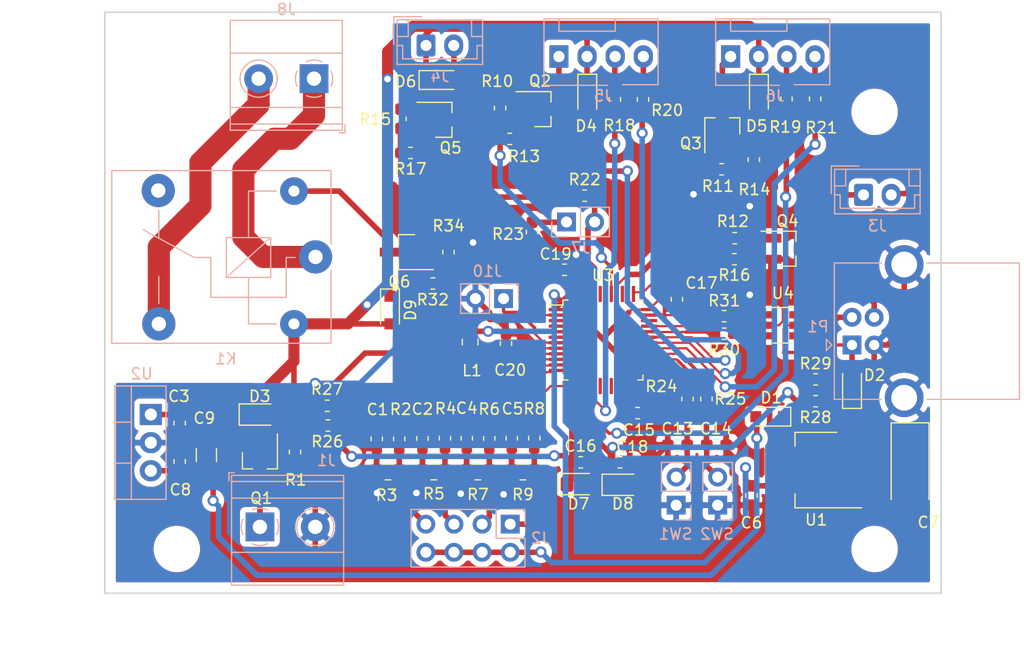
<source format=kicad_pcb>
(kicad_pcb (version 20171130) (host pcbnew 5.1.5)
  (layers (0 F.Cu signal) (31 B.Cu signal) (34 B.Paste user) (35 F.Paste user) (36 B.SilkS user) (37 F.SilkS user) (38 B.Mask user) (39 F.Mask user) (44 Edge.Cuts user))
  (net 0 "")
  (net 1 GND)
  (net 2 +3V3)
  (net 3 +5V)
  (net 4 /NRST)
  (net 5 /BOOT0)
  (net 6 /5Vusb)
  (net 7 /AIN0)
  (net 8 /AIN1)
  (net 9 "Net-(J1-Pad1)")
  (net 10 "Net-(J7-Pad1)")
  (net 11 "Net-(J8-Pad1)")
  (net 12 "Net-(J8-Pad2)")
  (net 13 /5Vin)
  (net 14 /ADC0)
  (net 15 /ADC1)
  (net 16 +12V)
  (net 17 /ADC2)
  (net 18 /ADC3)
  (net 19 "Net-(C13-Pad1)")
  (net 20 "Net-(C14-Pad1)")
  (net 21 "Net-(C20-Pad1)")
  (net 22 "Net-(D3-Pad2)")
  (net 23 "Net-(D9-Pad1)")
  (net 24 "Net-(J3-Pad1)")
  (net 25 "Net-(J5-Pad4)")
  (net 26 "Net-(J5-Pad3)")
  (net 27 "Net-(J6-Pad3)")
  (net 28 "Net-(J6-Pad4)")
  (net 29 "Net-(P1-Pad2)")
  (net 30 "Net-(P1-Pad3)")
  (net 31 "Net-(Q2-Pad1)")
  (net 32 "Net-(Q3-Pad1)")
  (net 33 "Net-(Q4-Pad1)")
  (net 34 "Net-(Q5-Pad1)")
  (net 35 "Net-(Q6-Pad1)")
  (net 36 /Cooler1)
  (net 37 /Cooler0)
  (net 38 /Buzzer)
  (net 39 /TIM1_CH3)
  (net 40 /TIM14_CH1)
  (net 41 /TIM3_CH1)
  (net 42 /TIM1_CH2)
  (net 43 /TIM1_CH1)
  (net 44 "Net-(R30-Pad1)")
  (net 45 "Net-(R30-Pad2)")
  (net 46 "Net-(R31-Pad2)")
  (net 47 "Net-(R31-Pad1)")
  (net 48 "Net-(J2-Pad1)")
  (net 49 "Net-(J2-Pad3)")
  (net 50 "Net-(J2-Pad5)")
  (net 51 "Net-(J2-Pad7)")
  (net 52 /Btn0)
  (net 53 /Btn1)
  (net 54 "Net-(D4-Pad2)")
  (net 55 "Net-(D5-Pad2)")
  (net 56 "Net-(D6-Pad2)")
  (net 57 /Relay)
  (module Connector:FanPinHeader_1x04_P2.54mm_Vertical (layer B.Cu) (at 94.5 56)
    (fp_text reference J6 (at 4 3.55) (layer B.SilkS) (effects (justify mirror)))
    (fp_text value FAN)
    (pad 1 thru_hole rect (at 0 0 270) (size 2.03 1.73) (drill 1.02) (layers *.Cu *.Mask) (net 55 "Net-(D5-Pad2)"))
    (pad 2 thru_hole oval (at 2.54 0 270) (size 2.03 1.73) (drill 1.02) (layers *.Cu *.Mask) (net 16 +12V))
    (pad 3 thru_hole oval (at 5.08 0 270) (size 2.03 1.73) (drill 1.02) (layers *.Cu *.Mask) (net 27 "Net-(J6-Pad3)"))
    (pad 4 thru_hole oval (at 7.62 0 270) (size 2.03 1.73) (drill 1.02) (layers *.Cu *.Mask) (net 28 "Net-(J6-Pad4)"))
  )
  (module Connector:FanPinHeader_1x04_P2.54mm_Vertical (layer B.Cu) (at 79 56)
    (fp_text reference J5 (at 4 3.55) (layer B.SilkS) (effects (justify mirror)))
    (fp_text value FAN)
    (pad 4 thru_hole oval (at 7.62 0 270) (size 2.03 1.73) (drill 1.02) (layers *.Cu *.Mask) (net 25 "Net-(J5-Pad4)"))
    (pad 3 thru_hole oval (at 5.08 0 270) (size 2.03 1.73) (drill 1.02) (layers *.Cu *.Mask) (net 26 "Net-(J5-Pad3)"))
    (pad 2 thru_hole oval (at 2.54 0 270) (size 2.03 1.73) (drill 1.02) (layers *.Cu *.Mask) (net 16 +12V))
    (pad 1 thru_hole rect (at 0 0 270) (size 2.03 1.73) (drill 1.02) (layers *.Cu *.Mask) (net 54 "Net-(D4-Pad2)"))
  )
  (module Capacitor_SMD:C_0603_1608Metric_Pad1.05x0.95mm_HandSolder (layer F.Cu) (at 62.55 90.544 90)
    (fp_text reference C1 (at 2.653 0.0635 180) (layer F.SilkS))
    (fp_text value 0.1)
    (pad 2 smd roundrect (at 0.875 0 90) (size 1.05 0.95) (layers F.Cu F.Paste F.Mask) (net 14 /ADC0))
    (pad 1 smd roundrect (at -0.875 0 90) (size 1.05 0.95) (layers F.Cu F.Paste F.Mask) (net 1 GND))
  )
  (module Capacitor_SMD:C_0603_1608Metric_Pad1.05x0.95mm_HandSolder (layer F.Cu) (at 66.6775 90.5085 90)
    (fp_text reference C2 (at 2.653 0 180) (layer F.SilkS))
    (fp_text value 0.1)
    (pad 1 smd roundrect (at -0.875 0 90) (size 1.05 0.95) (layers F.Cu F.Paste F.Mask) (net 1 GND))
    (pad 2 smd roundrect (at 0.875 0 90) (size 1.05 0.95) (layers F.Cu F.Paste F.Mask) (net 15 /ADC1))
  )
  (module Capacitor_SMD:C_0603_1608Metric_Pad1.05x0.95mm_HandSolder (layer F.Cu) (at 44.757 89.1255 270)
    (fp_text reference C3 (at -2.427 0.0635 180) (layer F.SilkS))
    (fp_text value 0.1)
    (pad 2 smd roundrect (at 0.875 0 270) (size 1.05 0.95) (layers F.Cu F.Paste F.Mask) (net 1 GND))
    (pad 1 smd roundrect (at -0.875 0 270) (size 1.05 0.95) (layers F.Cu F.Paste F.Mask) (net 16 +12V))
  )
  (module Capacitor_SMD:C_0603_1608Metric_Pad1.05x0.95mm_HandSolder (layer F.Cu) (at 70.678 90.4945 90)
    (fp_text reference C4 (at 2.7165 0 180) (layer F.SilkS))
    (fp_text value 0.1)
    (pad 2 smd roundrect (at 0.875 0 90) (size 1.05 0.95) (layers F.Cu F.Paste F.Mask) (net 17 /ADC2))
    (pad 1 smd roundrect (at -0.875 0 90) (size 1.05 0.95) (layers F.Cu F.Paste F.Mask) (net 1 GND))
  )
  (module Capacitor_SMD:C_0603_1608Metric_Pad1.05x0.95mm_HandSolder (layer F.Cu) (at 74.742 90.4805 90)
    (fp_text reference C5 (at 2.653 0.0635 180) (layer F.SilkS))
    (fp_text value 0.1)
    (pad 1 smd roundrect (at -0.875 0 90) (size 1.05 0.95) (layers F.Cu F.Paste F.Mask) (net 1 GND))
    (pad 2 smd roundrect (at 0.875 0 90) (size 1.05 0.95) (layers F.Cu F.Paste F.Mask) (net 18 /ADC3))
  )
  (module Capacitor_SMD:C_0603_1608Metric_Pad1.05x0.95mm_HandSolder (layer F.Cu) (at 96.3825 95.666 270)
    (fp_text reference C6 (at 2.4625 0 180) (layer F.SilkS))
    (fp_text value 0.1)
    (pad 2 smd roundrect (at 0.875 0 270) (size 1.05 0.95) (layers F.Cu F.Paste F.Mask) (net 1 GND))
    (pad 1 smd roundrect (at -0.875 0 270) (size 1.05 0.95) (layers F.Cu F.Paste F.Mask) (net 2 +3V3))
  )
  (module Capacitor_Tantalum_SMD:CP_EIA-6032-28_Kemet-C_Pad2.25x2.35mm_HandSolder (layer F.Cu) (at 110.7075 93.031 270)
    (fp_text reference C7 (at 5.0605 -1.6475 180) (layer F.SilkS))
    (fp_text value "47uF, 10V")
    (pad 1 smd roundrect (at -2.55 0 270) (size 2.25 2.35) (layers F.Cu F.Paste F.Mask) (roundrect_rratio 0.111111) (net 2 +3V3))
    (pad 2 smd roundrect (at 2.55 0 270) (size 2.25 2.35) (layers F.Cu F.Paste F.Mask) (roundrect_rratio 0.111111) (net 1 GND))
  )
  (module Capacitor_SMD:C_0603_1608Metric_Pad1.05x0.95mm_HandSolder (layer F.Cu) (at 44.757 92.59 90)
    (fp_text reference C8 (at -2.554 0.0635 180) (layer F.SilkS))
    (fp_text value 0.1)
    (pad 2 smd roundrect (at 0.875 0 90) (size 1.05 0.95) (layers F.Cu F.Paste F.Mask) (net 1 GND))
    (pad 1 smd roundrect (at -0.875 0 90) (size 1.05 0.95) (layers F.Cu F.Paste F.Mask) (net 13 /5Vin))
  )
  (module Capacitor_SMD:C_1206_3216Metric_Pad1.42x1.75mm_HandSolder (layer F.Cu) (at 47.17 92.0055 90)
    (fp_text reference C9 (at 3.329 -0.1905 180) (layer F.SilkS))
    (fp_text value "10uF, 10V")
    (pad 1 smd roundrect (at -1.4875 0 90) (size 1.425 1.75) (layers F.Cu F.Paste F.Mask) (roundrect_rratio 0.175439) (net 13 /5Vin))
    (pad 2 smd roundrect (at 1.4875 0 90) (size 1.425 1.75) (layers F.Cu F.Paste F.Mask) (roundrect_rratio 0.175439) (net 1 GND))
  )
  (module Capacitor_SMD:C_0603_1608Metric_Pad1.05x0.95mm_HandSolder (layer F.Cu) (at 89.701 91.08 180)
    (fp_text reference C13 (at 0 1.4605) (layer F.SilkS))
    (fp_text value 0.1)
    (pad 2 smd roundrect (at 0.875 0 180) (size 1.05 0.95) (layers F.Cu F.Paste F.Mask) (net 1 GND))
    (pad 1 smd roundrect (at -0.875 0 180) (size 1.05 0.95) (layers F.Cu F.Paste F.Mask) (net 19 "Net-(C13-Pad1)"))
  )
  (module Capacitor_SMD:C_0603_1608Metric_Pad1.05x0.95mm_HandSolder (layer F.Cu) (at 93.2215 91.08)
    (fp_text reference C14 (at -0.0495 -1.4605) (layer F.SilkS))
    (fp_text value 0.1)
    (pad 1 smd roundrect (at -0.875 0) (size 1.05 0.95) (layers F.Cu F.Paste F.Mask) (net 20 "Net-(C14-Pad1)"))
    (pad 2 smd roundrect (at 0.875 0) (size 1.05 0.95) (layers F.Cu F.Paste F.Mask) (net 1 GND))
  )
  (module Capacitor_SMD:C_0603_1608Metric_Pad1.05x0.95mm_HandSolder (layer F.Cu) (at 86.1095 88.2225)
    (fp_text reference C15 (at 0.113 1.524) (layer F.SilkS))
    (fp_text value 0.1)
    (pad 1 smd roundrect (at -0.875 0) (size 1.05 0.95) (layers F.Cu F.Paste F.Mask) (net 1 GND))
    (pad 2 smd roundrect (at 0.875 0) (size 1.05 0.95) (layers F.Cu F.Paste F.Mask) (net 2 +3V3))
  )
  (module Capacitor_SMD:C_0603_1608Metric_Pad1.05x0.95mm_HandSolder (layer F.Cu) (at 80.966 92.6675)
    (fp_text reference C16 (at -0.014 -1.477) (layer F.SilkS))
    (fp_text value 0.1)
    (pad 1 smd roundrect (at -0.875 0) (size 1.05 0.95) (layers F.Cu F.Paste F.Mask) (net 7 /AIN0))
    (pad 2 smd roundrect (at 0.875 0) (size 1.05 0.95) (layers F.Cu F.Paste F.Mask) (net 1 GND))
  )
  (module Capacitor_SMD:C_0603_1608Metric_Pad1.05x0.95mm_HandSolder (layer F.Cu) (at 89.6515 77.9355 90)
    (fp_text reference C17 (at 1.4745 2.2225 180) (layer F.SilkS))
    (fp_text value 0.1)
    (pad 1 smd roundrect (at -0.875 0 90) (size 1.05 0.95) (layers F.Cu F.Paste F.Mask) (net 1 GND))
    (pad 2 smd roundrect (at 0.875 0 90) (size 1.05 0.95) (layers F.Cu F.Paste F.Mask) (net 2 +3V3))
  )
  (module Capacitor_SMD:C_0603_1608Metric_Pad1.05x0.95mm_HandSolder (layer F.Cu) (at 84.522 92.6675)
    (fp_text reference C18 (at 1.103 -1.397) (layer F.SilkS))
    (fp_text value 0.1)
    (pad 1 smd roundrect (at -0.875 0) (size 1.05 0.95) (layers F.Cu F.Paste F.Mask) (net 8 /AIN1))
    (pad 2 smd roundrect (at 0.875 0) (size 1.05 0.95) (layers F.Cu F.Paste F.Mask) (net 1 GND))
  )
  (module Capacitor_SMD:C_0603_1608Metric_Pad1.05x0.95mm_HandSolder (layer F.Cu) (at 79.5055 75.2685 180)
    (fp_text reference C19 (at 0.802 1.4245) (layer F.SilkS))
    (fp_text value 0.1)
    (pad 2 smd roundrect (at 0.875 0 180) (size 1.05 0.95) (layers F.Cu F.Paste F.Mask) (net 2 +3V3))
    (pad 1 smd roundrect (at -0.875 0 180) (size 1.05 0.95) (layers F.Cu F.Paste F.Mask) (net 1 GND))
  )
  (module Capacitor_SMD:C_0603_1608Metric_Pad1.05x0.95mm_HandSolder (layer F.Cu) (at 74.221 81.936 90)
    (fp_text reference C20 (at -2.3876 0.381 180) (layer F.SilkS))
    (fp_text value 0.1)
    (pad 1 smd roundrect (at -0.875 0 90) (size 1.05 0.95) (layers F.Cu F.Paste F.Mask) (net 21 "Net-(C20-Pad1)"))
    (pad 2 smd roundrect (at 0.875 0 90) (size 1.05 0.95) (layers F.Cu F.Paste F.Mask) (net 1 GND))
  )
  (module Diode_SMD:D_SOD-323_HandSoldering (layer F.Cu) (at 98.03064 88.54 180)
    (fp_text reference D1 (at -0.14192 1.71196) (layer F.SilkS))
    (fp_text value 1N5819)
    (pad 1 smd rect (at -1.25 0 180) (size 1 1) (layers F.Cu F.Paste F.Mask) (net 3 +5V))
    (pad 2 smd rect (at 1.25 0 180) (size 1 1) (layers F.Cu F.Paste F.Mask) (net 13 /5Vin))
  )
  (module Diode_SMD:D_SOD-323_HandSoldering (layer F.Cu) (at 105.463 85.893 90)
    (fp_text reference D2 (at 1.0995 2.032 180) (layer F.SilkS))
    (fp_text value 1N5819)
    (pad 1 smd rect (at -1.25 0 90) (size 1 1) (layers F.Cu F.Paste F.Mask) (net 3 +5V))
    (pad 2 smd rect (at 1.25 0 90) (size 1 1) (layers F.Cu F.Paste F.Mask) (net 6 /5Vusb))
  )
  (module Diode_SMD:D_0805_2012Metric_Pad1.15x1.40mm_HandSolder (layer F.Cu) (at 51.987 88.3495)
    (fp_text reference D3 (at 0 -1.65) (layer F.SilkS))
    (fp_text value MM3Z7V5)
    (pad 1 smd roundrect (at -1.025 0) (size 1.15 1.4) (layers F.Cu F.Paste F.Mask) (roundrect_rratio 0.217391) (net 16 +12V))
    (pad 2 smd roundrect (at 1.025 0) (size 1.15 1.4) (layers F.Cu F.Paste F.Mask) (roundrect_rratio 0.217391) (net 22 "Net-(D3-Pad2)"))
  )
  (module Diode_SMD:D_SOD-323_HandSoldering (layer F.Cu) (at 81.5616 59.5024 270)
    (fp_text reference D4 (at 2.774 0.1016 180) (layer F.SilkS))
    (fp_text value 1N5819)
    (pad 1 smd rect (at -1.25 0 270) (size 1 1) (layers F.Cu F.Paste F.Mask) (net 16 +12V))
    (pad 2 smd rect (at 1.25 0 270) (size 1 1) (layers F.Cu F.Paste F.Mask) (net 54 "Net-(D4-Pad2)"))
  )
  (module Diode_SMD:D_SOD-323_HandSoldering (layer F.Cu) (at 97.0556 59.5024 270)
    (fp_text reference D5 (at 2.774 0.2032 180) (layer F.SilkS))
    (fp_text value 1N5819)
    (pad 2 smd rect (at 1.25 0 270) (size 1 1) (layers F.Cu F.Paste F.Mask) (net 55 "Net-(D5-Pad2)"))
    (pad 1 smd rect (at -1.25 0 270) (size 1 1) (layers F.Cu F.Paste F.Mask) (net 16 +12V))
  )
  (module Diode_SMD:D_SOD-323_HandSoldering (layer F.Cu) (at 68.272 58.1235)
    (fp_text reference D6 (at -3.1188 0.1397) (layer F.SilkS))
    (fp_text value 1N5819)
    (pad 2 smd rect (at 1.25 0) (size 1 1) (layers F.Cu F.Paste F.Mask) (net 56 "Net-(D6-Pad2)"))
    (pad 1 smd rect (at -1.25 0) (size 1 1) (layers F.Cu F.Paste F.Mask) (net 16 +12V))
  )
  (module Diode_SMD:D_0805_2012Metric_Pad1.15x1.40mm_HandSolder (layer F.Cu) (at 80.7615 94.636)
    (fp_text reference D7 (at 0 1.778) (layer F.SilkS))
    (fp_text value MM3Z4V7)
    (pad 2 smd roundrect (at 1.025 0) (size 1.15 1.4) (layers F.Cu F.Paste F.Mask) (roundrect_rratio 0.217391) (net 1 GND))
    (pad 1 smd roundrect (at -1.025 0) (size 1.15 1.4) (layers F.Cu F.Paste F.Mask) (roundrect_rratio 0.217391) (net 7 /AIN0))
  )
  (module Diode_SMD:D_0805_2012Metric_Pad1.15x1.40mm_HandSolder (layer F.Cu) (at 84.753 94.6995)
    (fp_text reference D8 (at 0.009 1.7145) (layer F.SilkS))
    (fp_text value MM3Z4V7)
    (pad 1 smd roundrect (at -1.025 0) (size 1.15 1.4) (layers F.Cu F.Paste F.Mask) (roundrect_rratio 0.217391) (net 8 /AIN1))
    (pad 2 smd roundrect (at 1.025 0) (size 1.15 1.4) (layers F.Cu F.Paste F.Mask) (roundrect_rratio 0.217391) (net 1 GND))
  )
  (module Diode_SMD:D_SOD-323_HandSoldering (layer F.Cu) (at 63.7435 78.908 270)
    (fp_text reference D9 (at 0 -1.85 90) (layer F.SilkS))
    (fp_text value 1N5819)
    (pad 1 smd rect (at -1.25 0 270) (size 1 1) (layers F.Cu F.Paste F.Mask) (net 23 "Net-(D9-Pad1)"))
    (pad 2 smd rect (at 1.25 0 270) (size 1 1) (layers F.Cu F.Paste F.Mask) (net 16 +12V))
  )
  (module TerminalBlock_Phoenix:TerminalBlock_Phoenix_MKDS-1,5-2_1x02_P5.00mm_Horizontal (layer B.Cu) (at 52 98.5)
    (fp_text reference J1 (at 6 -6) (layer B.SilkS) (effects (justify mirror)))
    (fp_text value 12VIN)
    (pad 1 thru_hole rect (at 0 0) (size 2.6 2.6) (drill 1.3) (layers *.Cu *.Mask) (net 9 "Net-(J1-Pad1)"))
    (pad 2 thru_hole circle (at 5 0) (size 2.6 2.6) (drill 1.3) (layers *.Cu *.Mask) (net 1 GND))
  )
  (module Connector_PinSocket_2.54mm:PinSocket_2x04_P2.54mm_Vertical (layer B.Cu) (at 74.602 98.2555 90)
    (fp_text reference J2 (at -1.27 2.7305 180) (layer B.SilkS) (effects (justify mirror)))
    (fp_text value thermal)
    (pad 1 thru_hole rect (at 0 0 90) (size 1.7 1.7) (drill 1) (layers *.Cu *.Mask) (net 48 "Net-(J2-Pad1)"))
    (pad 2 thru_hole oval (at -2.54 0 90) (size 1.7 1.7) (drill 1) (layers *.Cu *.Mask) (net 2 +3V3))
    (pad 3 thru_hole oval (at 0 -2.54 90) (size 1.7 1.7) (drill 1) (layers *.Cu *.Mask) (net 49 "Net-(J2-Pad3)"))
    (pad 4 thru_hole oval (at -2.54 -2.54 90) (size 1.7 1.7) (drill 1) (layers *.Cu *.Mask) (net 2 +3V3))
    (pad 5 thru_hole oval (at 0 -5.08 90) (size 1.7 1.7) (drill 1) (layers *.Cu *.Mask) (net 50 "Net-(J2-Pad5)"))
    (pad 6 thru_hole oval (at -2.54 -5.08 90) (size 1.7 1.7) (drill 1) (layers *.Cu *.Mask) (net 2 +3V3))
    (pad 7 thru_hole oval (at 0 -7.62 90) (size 1.7 1.7) (drill 1) (layers *.Cu *.Mask) (net 51 "Net-(J2-Pad7)"))
    (pad 8 thru_hole oval (at -2.54 -7.62 90) (size 1.7 1.7) (drill 1) (layers *.Cu *.Mask) (net 2 +3V3))
  )
  (module Connector_JST:JST_EH_B2B-EH-A_1x02_P2.50mm_Vertical (layer B.Cu) (at 106.5 68.5)
    (fp_text reference J3 (at 1.25 2.8) (layer B.SilkS) (effects (justify mirror)))
    (fp_text value Buzzer)
    (pad 2 thru_hole oval (at 2.5 0) (size 1.7 2) (drill 1) (layers *.Cu *.Mask) (net 16 +12V))
    (pad 1 thru_hole roundrect (at 0 0) (size 1.7 2) (drill 1) (layers *.Cu *.Mask) (roundrect_rratio 0.147059) (net 24 "Net-(J3-Pad1)"))
  )
  (module Connector_JST:JST_EH_B2B-EH-A_1x02_P2.50mm_Vertical (layer B.Cu) (at 67 55)
    (fp_text reference J4 (at 1.25 2.8) (layer B.SilkS) (effects (justify mirror)))
    (fp_text value cooler3)
    (pad 1 thru_hole roundrect (at 0 0) (size 1.7 2) (drill 1) (layers *.Cu *.Mask) (roundrect_rratio 0.147059) (net 16 +12V))
    (pad 2 thru_hole oval (at 2.5 0) (size 1.7 2) (drill 1) (layers *.Cu *.Mask) (net 56 "Net-(D6-Pad2)"))
  )
  (module TerminalBlock_Phoenix:TerminalBlock_Phoenix_MKDS-1,5-2_1x02_P5.00mm_Horizontal (layer B.Cu) (at 56.8855 58 180)
    (fp_text reference J8 (at 2.5 6.26) (layer B.SilkS) (effects (justify mirror)))
    (fp_text value MKDS)
    (pad 1 thru_hole rect (at 0 0 180) (size 2.6 2.6) (drill 1.3) (layers *.Cu *.Mask) (net 11 "Net-(J8-Pad1)"))
    (pad 2 thru_hole circle (at 5 0 180) (size 2.6 2.6) (drill 1.3) (layers *.Cu *.Mask) (net 12 "Net-(J8-Pad2)"))
  )
  (module Relay_THT:Relay_SPDT_SANYOU_SRD_Series_Form_C (layer B.Cu) (at 57.0252 74.10772 180)
    (fp_text reference K1 (at 8.1 -9.2) (layer B.SilkS) (effects (justify mirror)))
    (fp_text value SRD-12VDC)
    (pad 1 thru_hole circle (at 0 0 90) (size 3 3) (drill 1.3) (layers *.Cu *.Mask) (net 11 "Net-(J8-Pad1)"))
    (pad 5 thru_hole circle (at 1.95 5.95 90) (size 2.5 2.5) (drill 1) (layers *.Cu *.Mask) (net 23 "Net-(D9-Pad1)"))
    (pad 4 thru_hole circle (at 14.2 6 90) (size 3 3) (drill 1.3) (layers *.Cu *.Mask))
    (pad 3 thru_hole circle (at 14.15 -6.05 90) (size 3 3) (drill 1.3) (layers *.Cu *.Mask) (net 12 "Net-(J8-Pad2)"))
    (pad 2 thru_hole circle (at 1.95 -6.05 90) (size 2.5 2.5) (drill 1) (layers *.Cu *.Mask) (net 16 +12V))
  )
  (module Inductor_SMD:L_0805_2012Metric_Pad1.15x1.40mm_HandSolder (layer F.Cu) (at 70.9825 81.8 270)
    (fp_text reference L1 (at 2.5744 -0.1651 180) (layer F.SilkS))
    (fp_text value "BMBA 0.1mH")
    (pad 1 smd roundrect (at -1.025 0 270) (size 1.15 1.4) (layers F.Cu F.Paste F.Mask) (roundrect_rratio 0.217391) (net 2 +3V3))
    (pad 2 smd roundrect (at 1.025 0 270) (size 1.15 1.4) (layers F.Cu F.Paste F.Mask) (roundrect_rratio 0.217391) (net 21 "Net-(C20-Pad1)"))
  )
  (module Connector_USB:USB_B_OST_USB-B1HSxx_Horizontal (layer B.Cu) (at 105.463 82.063)
    (fp_text reference P1 (at -3.0734 -1.651) (layer B.SilkS) (effects (justify mirror)))
    (fp_text value USB_A)
    (pad 1 thru_hole rect (at 0 0) (size 1.7 1.7) (drill 0.92) (layers *.Cu *.Mask) (net 6 /5Vusb))
    (pad 2 thru_hole circle (at 0 -2.5) (size 1.7 1.7) (drill 0.92) (layers *.Cu *.Mask) (net 29 "Net-(P1-Pad2)"))
    (pad 3 thru_hole circle (at 2 -2.5) (size 1.7 1.7) (drill 0.92) (layers *.Cu *.Mask) (net 30 "Net-(P1-Pad3)"))
    (pad 4 thru_hole circle (at 2 0) (size 1.7 1.7) (drill 0.92) (layers *.Cu *.Mask) (net 1 GND))
    (pad 5 thru_hole circle (at 4.71 4.77) (size 3.5 3.5) (drill 2.33) (layers *.Cu *.Mask) (net 1 GND))
    (pad 5 thru_hole circle (at 4.71 -7.27) (size 3.5 3.5) (drill 2.33) (layers *.Cu *.Mask) (net 1 GND))
  )
  (module MountingHole:MountingHole_3.2mm_M3 (layer F.Cu) (at 44.5 100.5)
    (fp_text reference P2 hide)
    (fp_text value Hole)
    (pad 1 np_thru_hole circle (at 0 0) (size 3.2 3.2) (drill 3.2) (layers *.Cu *.Mask))
  )
  (module MountingHole:MountingHole_3.2mm_M3 (layer F.Cu) (at 107.5 61)
    (fp_text reference P3 hide)
    (fp_text value Hole)
    (pad 1 np_thru_hole circle (at 0 0) (size 3.2 3.2) (drill 3.2) (layers *.Cu *.Mask))
  )
  (module MountingHole:MountingHole_3.2mm_M3 (layer F.Cu) (at 44.5 61)
    (fp_text reference P4 hide)
    (fp_text value Hole)
    (pad 1 np_thru_hole circle (at 0 0) (size 3.2 3.2) (drill 3.2) (layers *.Cu *.Mask))
  )
  (module MountingHole:MountingHole_3.2mm_M3 (layer F.Cu) (at 107.5 100.5)
    (fp_text reference P5 hide)
    (fp_text value Hole)
    (pad 1 np_thru_hole circle (at 0 0) (size 3.2 3.2) (drill 3.2) (layers *.Cu *.Mask))
  )
  (module Package_TO_SOT_SMD:SOT-23_Handsoldering (layer F.Cu) (at 52 92.5 270)
    (fp_text reference Q1 (at 3.406 -0.123 180) (layer F.SilkS))
    (fp_text value AO3401)
    (pad 1 smd rect (at -1.5 -0.95 270) (size 1.9 0.8) (layers F.Cu F.Paste F.Mask) (net 22 "Net-(D3-Pad2)"))
    (pad 2 smd rect (at -1.5 0.95 270) (size 1.9 0.8) (layers F.Cu F.Paste F.Mask) (net 16 +12V))
    (pad 3 smd rect (at 1.5 0 270) (size 1.9 0.8) (layers F.Cu F.Paste F.Mask) (net 9 "Net-(J1-Pad1)"))
  )
  (module Package_TO_SOT_SMD:SOT-23_Handsoldering (layer F.Cu) (at 77.5216 60.7524)
    (fp_text reference Q2 (at -0.2272 -2.54) (layer F.SilkS))
    (fp_text value IRLML2502)
    (pad 3 smd rect (at 1.5 0) (size 1.9 0.8) (layers F.Cu F.Paste F.Mask) (net 54 "Net-(D4-Pad2)"))
    (pad 2 smd rect (at -1.5 0.95) (size 1.9 0.8) (layers F.Cu F.Paste F.Mask) (net 1 GND))
    (pad 1 smd rect (at -1.5 -0.95) (size 1.9 0.8) (layers F.Cu F.Paste F.Mask) (net 31 "Net-(Q2-Pad1)"))
  )
  (module Package_TO_SOT_SMD:SOT-23_Handsoldering (layer F.Cu) (at 93.7522 62.29324 90)
    (fp_text reference Q3 (at -1.55796 -2.8434 180) (layer F.SilkS))
    (fp_text value IRLML2502)
    (pad 1 smd rect (at -1.5 -0.95 90) (size 1.9 0.8) (layers F.Cu F.Paste F.Mask) (net 32 "Net-(Q3-Pad1)"))
    (pad 2 smd rect (at -1.5 0.95 90) (size 1.9 0.8) (layers F.Cu F.Paste F.Mask) (net 1 GND))
    (pad 3 smd rect (at 1.5 0 90) (size 1.9 0.8) (layers F.Cu F.Paste F.Mask) (net 55 "Net-(D5-Pad2)"))
  )
  (module Package_TO_SOT_SMD:SOT-23_Handsoldering (layer F.Cu) (at 99.645 73.3635)
    (fp_text reference Q4 (at 0 -2.5) (layer F.SilkS))
    (fp_text value IRLML2502)
    (pad 3 smd rect (at 1.5 0) (size 1.9 0.8) (layers F.Cu F.Paste F.Mask) (net 24 "Net-(J3-Pad1)"))
    (pad 2 smd rect (at -1.5 0.95) (size 1.9 0.8) (layers F.Cu F.Paste F.Mask) (net 1 GND))
    (pad 1 smd rect (at -1.5 -0.95) (size 1.9 0.8) (layers F.Cu F.Paste F.Mask) (net 33 "Net-(Q4-Pad1)"))
  )
  (module Package_TO_SOT_SMD:SOT-23_Handsoldering (layer F.Cu) (at 68.5808 61.7176)
    (fp_text reference Q5 (at 0.6364 2.54) (layer F.SilkS))
    (fp_text value IRLML2502)
    (pad 1 smd rect (at -1.5 -0.95) (size 1.9 0.8) (layers F.Cu F.Paste F.Mask) (net 34 "Net-(Q5-Pad1)"))
    (pad 2 smd rect (at -1.5 0.95) (size 1.9 0.8) (layers F.Cu F.Paste F.Mask) (net 1 GND))
    (pad 3 smd rect (at 1.5 0) (size 1.9 0.8) (layers F.Cu F.Paste F.Mask) (net 56 "Net-(D6-Pad2)"))
  )
  (module Package_TO_SOT_SMD:SOT-23_Handsoldering (layer F.Cu) (at 65.27284 73.67428 180)
    (fp_text reference Q6 (at 0.67704 -2.67208) (layer F.SilkS))
    (fp_text value IRLML2502)
    (pad 1 smd rect (at -1.5 -0.95 180) (size 1.9 0.8) (layers F.Cu F.Paste F.Mask) (net 35 "Net-(Q6-Pad1)"))
    (pad 2 smd rect (at -1.5 0.95 180) (size 1.9 0.8) (layers F.Cu F.Paste F.Mask) (net 1 GND))
    (pad 3 smd rect (at 1.5 0 180) (size 1.9 0.8) (layers F.Cu F.Paste F.Mask) (net 23 "Net-(D9-Pad1)"))
  )
  (module Resistor_SMD:R_0603_1608Metric_Pad1.05x0.95mm_HandSolder (layer F.Cu) (at 55.171 91.729 270)
    (fp_text reference R1 (at 2.526 -0.0635 180) (layer F.SilkS))
    (fp_text value 10k)
    (pad 1 smd roundrect (at -0.875 0 270) (size 1.05 0.95) (layers F.Cu F.Paste F.Mask) (net 22 "Net-(D3-Pad2)"))
    (pad 2 smd roundrect (at 0.875 0 270) (size 1.05 0.95) (layers F.Cu F.Paste F.Mask) (net 1 GND))
  )
  (module Resistor_SMD:R_0603_1608Metric_Pad1.05x0.95mm_HandSolder (layer F.Cu) (at 64.582 90.544 90)
    (fp_text reference R2 (at 2.667 0.127 180) (layer F.SilkS))
    (fp_text value 10k)
    (pad 2 smd roundrect (at 0.875 0 90) (size 1.05 0.95) (layers F.Cu F.Paste F.Mask) (net 14 /ADC0))
    (pad 1 smd roundrect (at -0.875 0 90) (size 1.05 0.95) (layers F.Cu F.Paste F.Mask) (net 51 "Net-(J2-Pad7)"))
  )
  (module Resistor_SMD:R_0805_2012Metric_Pad1.15x1.40mm_HandSolder (layer F.Cu) (at 63.557 93.5425)
    (fp_text reference R3 (at -0.118 2.0955) (layer F.SilkS))
    (fp_text value "4k7, 1%")
    (pad 1 smd roundrect (at -1.025 0) (size 1.15 1.4) (layers F.Cu F.Paste F.Mask) (roundrect_rratio 0.217391) (net 1 GND))
    (pad 2 smd roundrect (at 1.025 0) (size 1.15 1.4) (layers F.Cu F.Paste F.Mask) (roundrect_rratio 0.217391) (net 51 "Net-(J2-Pad7)"))
  )
  (module Resistor_SMD:R_0603_1608Metric_Pad1.05x0.95mm_HandSolder (layer F.Cu) (at 68.7095 90.4805 90)
    (fp_text reference R4 (at 2.667 0.0635 180) (layer F.SilkS))
    (fp_text value 10k)
    (pad 1 smd roundrect (at -0.875 0 90) (size 1.05 0.95) (layers F.Cu F.Paste F.Mask) (net 50 "Net-(J2-Pad5)"))
    (pad 2 smd roundrect (at 0.875 0 90) (size 1.05 0.95) (layers F.Cu F.Paste F.Mask) (net 15 /ADC1))
  )
  (module Resistor_SMD:R_0805_2012Metric_Pad1.15x1.40mm_HandSolder (layer F.Cu) (at 67.7025 93.5425)
    (fp_text reference R5 (at 0 1.9685) (layer F.SilkS))
    (fp_text value "4k7, 1%")
    (pad 2 smd roundrect (at 1.025 0) (size 1.15 1.4) (layers F.Cu F.Paste F.Mask) (roundrect_rratio 0.217391) (net 50 "Net-(J2-Pad5)"))
    (pad 1 smd roundrect (at -1.025 0) (size 1.15 1.4) (layers F.Cu F.Paste F.Mask) (roundrect_rratio 0.217391) (net 1 GND))
  )
  (module Resistor_SMD:R_0603_1608Metric_Pad1.05x0.95mm_HandSolder (layer F.Cu) (at 72.71 90.5085 90)
    (fp_text reference R6 (at 2.653 0 180) (layer F.SilkS))
    (fp_text value 10k)
    (pad 1 smd roundrect (at -0.875 0 90) (size 1.05 0.95) (layers F.Cu F.Paste F.Mask) (net 49 "Net-(J2-Pad3)"))
    (pad 2 smd roundrect (at 0.875 0 90) (size 1.05 0.95) (layers F.Cu F.Paste F.Mask) (net 17 /ADC2))
  )
  (module Resistor_SMD:R_0805_2012Metric_Pad1.15x1.40mm_HandSolder (layer F.Cu) (at 71.685 93.5425)
    (fp_text reference R7 (at 0 2.032) (layer F.SilkS))
    (fp_text value "4k7, 1%")
    (pad 1 smd roundrect (at -1.025 0) (size 1.15 1.4) (layers F.Cu F.Paste F.Mask) (roundrect_rratio 0.217391) (net 1 GND))
    (pad 2 smd roundrect (at 1.025 0) (size 1.15 1.4) (layers F.Cu F.Paste F.Mask) (roundrect_rratio 0.217391) (net 49 "Net-(J2-Pad3)"))
  )
  (module Resistor_SMD:R_0603_1608Metric_Pad1.05x0.95mm_HandSolder (layer F.Cu) (at 76.774 90.4805 90)
    (fp_text reference R8 (at 2.653 0 180) (layer F.SilkS))
    (fp_text value 10k)
    (pad 1 smd roundrect (at -0.875 0 90) (size 1.05 0.95) (layers F.Cu F.Paste F.Mask) (net 48 "Net-(J2-Pad1)"))
    (pad 2 smd roundrect (at 0.875 0 90) (size 1.05 0.95) (layers F.Cu F.Paste F.Mask) (net 18 /ADC3))
  )
  (module Resistor_SMD:R_0805_2012Metric_Pad1.15x1.40mm_HandSolder (layer F.Cu) (at 75.749 93.5425)
    (fp_text reference R9 (at 0 2.032) (layer F.SilkS))
    (fp_text value "4k7, 1%")
    (pad 1 smd roundrect (at -1.025 0) (size 1.15 1.4) (layers F.Cu F.Paste F.Mask) (roundrect_rratio 0.217391) (net 1 GND))
    (pad 2 smd roundrect (at 1.025 0) (size 1.15 1.4) (layers F.Cu F.Paste F.Mask) (roundrect_rratio 0.217391) (net 48 "Net-(J2-Pad1)"))
  )
  (module Resistor_SMD:R_0603_1608Metric_Pad1.05x0.95mm_HandSolder (layer F.Cu) (at 73.6876 60.6622 270)
    (fp_text reference R10 (at -2.427 0.254 180) (layer F.SilkS))
    (fp_text value 510)
    (pad 1 smd roundrect (at -0.875 0 270) (size 1.05 0.95) (layers F.Cu F.Paste F.Mask) (net 31 "Net-(Q2-Pad1)"))
    (pad 2 smd roundrect (at 0.875 0 270) (size 1.05 0.95) (layers F.Cu F.Paste F.Mask) (net 36 /Cooler1))
  )
  (module Resistor_SMD:R_0603_1608Metric_Pad1.05x0.95mm_HandSolder (layer F.Cu) (at 93.6914 66.188)
    (fp_text reference R11 (at -0.3442 1.524) (layer F.SilkS))
    (fp_text value 510)
    (pad 1 smd roundrect (at -0.875 0) (size 1.05 0.95) (layers F.Cu F.Paste F.Mask) (net 32 "Net-(Q3-Pad1)"))
    (pad 2 smd roundrect (at 0.875 0) (size 1.05 0.95) (layers F.Cu F.Paste F.Mask) (net 37 /Cooler0))
  )
  (module Resistor_SMD:R_0603_1608Metric_Pad1.05x0.95mm_HandSolder (layer F.Cu) (at 94.8725 72.411 180)
    (fp_text reference R12 (at 0.1765 1.524) (layer F.SilkS))
    (fp_text value 510)
    (pad 2 smd roundrect (at 0.875 0 180) (size 1.05 0.95) (layers F.Cu F.Paste F.Mask) (net 38 /Buzzer))
    (pad 1 smd roundrect (at -0.875 0 180) (size 1.05 0.95) (layers F.Cu F.Paste F.Mask) (net 33 "Net-(Q4-Pad1)"))
  )
  (module Resistor_SMD:R_0603_1608Metric_Pad1.05x0.95mm_HandSolder (layer F.Cu) (at 74.5626 63.4448 180)
    (fp_text reference R13 (at -1.2834 -1.5727) (layer F.SilkS))
    (fp_text value 10k)
    (pad 2 smd roundrect (at 0.875 0 180) (size 1.05 0.95) (layers F.Cu F.Paste F.Mask) (net 36 /Cooler1))
    (pad 1 smd roundrect (at -0.875 0 180) (size 1.05 0.95) (layers F.Cu F.Paste F.Mask) (net 1 GND))
  )
  (module Resistor_SMD:R_0603_1608Metric_Pad1.05x0.95mm_HandSolder (layer F.Cu) (at 96.5984 65.313 270)
    (fp_text reference R14 (at 2.7038 -0.0508 180) (layer F.SilkS))
    (fp_text value 10k)
    (pad 2 smd roundrect (at 0.875 0 270) (size 1.05 0.95) (layers F.Cu F.Paste F.Mask) (net 37 /Cooler0))
    (pad 1 smd roundrect (at -0.875 0 270) (size 1.05 0.95) (layers F.Cu F.Paste F.Mask) (net 1 GND))
  )
  (module Resistor_SMD:R_0603_1608Metric_Pad1.05x0.95mm_HandSolder (layer F.Cu) (at 64.696 61.6274 270)
    (fp_text reference R15 (at 0.0394 2.286 180) (layer F.SilkS))
    (fp_text value 510)
    (pad 2 smd roundrect (at 0.875 0 270) (size 1.05 0.95) (layers F.Cu F.Paste F.Mask) (net 39 /TIM1_CH3))
    (pad 1 smd roundrect (at -0.875 0 270) (size 1.05 0.95) (layers F.Cu F.Paste F.Mask) (net 34 "Net-(Q5-Pad1)"))
  )
  (module Resistor_SMD:R_0603_1608Metric_Pad1.05x0.95mm_HandSolder (layer F.Cu) (at 94.8445 74.316 180)
    (fp_text reference R16 (at 0 -1.43) (layer F.SilkS))
    (fp_text value 10k)
    (pad 1 smd roundrect (at -0.875 0 180) (size 1.05 0.95) (layers F.Cu F.Paste F.Mask) (net 1 GND))
    (pad 2 smd roundrect (at 0.875 0 180) (size 1.05 0.95) (layers F.Cu F.Paste F.Mask) (net 38 /Buzzer))
  )
  (module Resistor_SMD:R_0603_1608Metric_Pad1.05x0.95mm_HandSolder (layer F.Cu) (at 65.599 64.7148 180)
    (fp_text reference R17 (at 0 -1.43) (layer F.SilkS))
    (fp_text value 10k)
    (pad 1 smd roundrect (at -0.875 0 180) (size 1.05 0.95) (layers F.Cu F.Paste F.Mask) (net 1 GND))
    (pad 2 smd roundrect (at 0.875 0 180) (size 1.05 0.95) (layers F.Cu F.Paste F.Mask) (net 39 /TIM1_CH3))
  )
  (module Resistor_SMD:R_0603_1608Metric_Pad1.05x0.95mm_HandSolder (layer F.Cu) (at 84.0508 59.8774 90)
    (fp_text reference R18 (at -2.3482 0.4064 180) (layer F.SilkS))
    (fp_text value 510)
    (pad 2 smd roundrect (at 0.875 0 90) (size 1.05 0.95) (layers F.Cu F.Paste F.Mask) (net 26 "Net-(J5-Pad3)"))
    (pad 1 smd roundrect (at -0.875 0 90) (size 1.05 0.95) (layers F.Cu F.Paste F.Mask) (net 40 /TIM14_CH1))
  )
  (module Resistor_SMD:R_0603_1608Metric_Pad1.05x0.95mm_HandSolder (layer F.Cu) (at 99.5448 59.8266 90)
    (fp_text reference R19 (at -2.54 -0.1016 180) (layer F.SilkS))
    (fp_text value 510)
    (pad 2 smd roundrect (at 0.875 0 90) (size 1.05 0.95) (layers F.Cu F.Paste F.Mask) (net 27 "Net-(J6-Pad3)"))
    (pad 1 smd roundrect (at -0.875 0 90) (size 1.05 0.95) (layers F.Cu F.Paste F.Mask) (net 41 /TIM3_CH1))
  )
  (module Resistor_SMD:R_0603_1608Metric_Pad1.05x0.95mm_HandSolder (layer F.Cu) (at 86.5908 59.8774 90)
    (fp_text reference R20 (at -0.9766 2.1844 180) (layer F.SilkS))
    (fp_text value 510)
    (pad 1 smd roundrect (at -0.875 0 90) (size 1.05 0.95) (layers F.Cu F.Paste F.Mask) (net 42 /TIM1_CH2))
    (pad 2 smd roundrect (at 0.875 0 90) (size 1.05 0.95) (layers F.Cu F.Paste F.Mask) (net 25 "Net-(J5-Pad4)"))
  )
  (module Resistor_SMD:R_0603_1608Metric_Pad1.05x0.95mm_HandSolder (layer F.Cu) (at 102.1356 59.8266 90)
    (fp_text reference R21 (at -2.6022 0.5588 180) (layer F.SilkS))
    (fp_text value 510)
    (pad 1 smd roundrect (at -0.875 0 90) (size 1.05 0.95) (layers F.Cu F.Paste F.Mask) (net 43 /TIM1_CH1))
    (pad 2 smd roundrect (at 0.875 0 90) (size 1.05 0.95) (layers F.Cu F.Paste F.Mask) (net 28 "Net-(J6-Pad4)"))
  )
  (module Resistor_SMD:R_0603_1608Metric_Pad1.05x0.95mm_HandSolder (layer F.Cu) (at 81.321 68.5735 180)
    (fp_text reference R22 (at 0 1.4605) (layer F.SilkS))
    (fp_text value 47k)
    (pad 2 smd roundrect (at 0.875 0 180) (size 1.05 0.95) (layers F.Cu F.Paste F.Mask) (net 1 GND))
    (pad 1 smd roundrect (at -0.875 0 180) (size 1.05 0.95) (layers F.Cu F.Paste F.Mask) (net 5 /BOOT0))
  )
  (module Resistor_SMD:R_0603_1608Metric_Pad1.05x0.95mm_HandSolder (layer F.Cu) (at 76.5705 71.8535 270)
    (fp_text reference R23 (at 0.1905 2.159 180) (layer F.SilkS))
    (fp_text value 22)
    (pad 1 smd roundrect (at -0.875 0 270) (size 1.05 0.95) (layers F.Cu F.Paste F.Mask) (net 10 "Net-(J7-Pad1)"))
    (pad 2 smd roundrect (at 0.875 0 270) (size 1.05 0.95) (layers F.Cu F.Paste F.Mask) (net 2 +3V3))
  )
  (module Resistor_SMD:R_0603_1608Metric_Pad1.05x0.95mm_HandSolder (layer F.Cu) (at 90.604 86.9385 270)
    (fp_text reference R24 (at -1.129 2.3495 180) (layer F.SilkS))
    (fp_text value 510)
    (pad 2 smd roundrect (at 0.875 0 270) (size 1.05 0.95) (layers F.Cu F.Paste F.Mask) (net 19 "Net-(C13-Pad1)"))
    (pad 1 smd roundrect (at -0.875 0 270) (size 1.05 0.95) (layers F.Cu F.Paste F.Mask) (net 52 /Btn0))
  )
  (module Resistor_SMD:R_0603_1608Metric_Pad1.05x0.95mm_HandSolder (layer F.Cu) (at 92.3185 86.9385 270)
    (fp_text reference R25 (at 0 -2.159 180) (layer F.SilkS))
    (fp_text value 510)
    (pad 1 smd roundrect (at -0.875 0 270) (size 1.05 0.95) (layers F.Cu F.Paste F.Mask) (net 53 /Btn1))
    (pad 2 smd roundrect (at 0.875 0 270) (size 1.05 0.95) (layers F.Cu F.Paste F.Mask) (net 20 "Net-(C14-Pad1)"))
  )
  (module Resistor_SMD:R_0603_1608Metric_Pad1.05x0.95mm_HandSolder (layer F.Cu) (at 58.1435 89.338)
    (fp_text reference R26 (at -0.0495 1.4605) (layer F.SilkS))
    (fp_text value 220k)
    (pad 2 smd roundrect (at 0.875 0) (size 1.05 0.95) (layers F.Cu F.Paste F.Mask) (net 7 /AIN0))
    (pad 1 smd roundrect (at -0.875 0) (size 1.05 0.95) (layers F.Cu F.Paste F.Mask) (net 16 +12V))
  )
  (module Resistor_SMD:R_0603_1608Metric_Pad1.05x0.95mm_HandSolder (layer F.Cu) (at 58.08 87.56 180)
    (fp_text reference R27 (at 0.025 1.5105) (layer F.SilkS))
    (fp_text value 56k)
    (pad 2 smd roundrect (at 0.875 0 180) (size 1.05 0.95) (layers F.Cu F.Paste F.Mask) (net 1 GND))
    (pad 1 smd roundrect (at -0.875 0 180) (size 1.05 0.95) (layers F.Cu F.Paste F.Mask) (net 7 /AIN0))
  )
  (module Resistor_SMD:R_0603_1608Metric_Pad1.05x0.95mm_HandSolder (layer F.Cu) (at 102.175 87.143 180)
    (fp_text reference R28 (at 0.014 -1.4605) (layer F.SilkS))
    (fp_text value 47k)
    (pad 1 smd roundrect (at -0.875 0 180) (size 1.05 0.95) (layers F.Cu F.Paste F.Mask) (net 3 +5V))
    (pad 2 smd roundrect (at 0.875 0 180) (size 1.05 0.95) (layers F.Cu F.Paste F.Mask) (net 8 /AIN1))
  )
  (module Resistor_SMD:R_0603_1608Metric_Pad1.05x0.95mm_HandSolder (layer F.Cu) (at 102.175 85.1745)
    (fp_text reference R29 (at 0 -1.43) (layer F.SilkS))
    (fp_text value 47k)
    (pad 2 smd roundrect (at 0.875 0) (size 1.05 0.95) (layers F.Cu F.Paste F.Mask) (net 1 GND))
    (pad 1 smd roundrect (at -0.875 0) (size 1.05 0.95) (layers F.Cu F.Paste F.Mask) (net 8 /AIN1))
  )
  (module Resistor_SMD:R_0603_1608Metric_Pad1.05x0.95mm_HandSolder (layer F.Cu) (at 93.92 81.047 180)
    (fp_text reference R30 (at 0 -1.43) (layer F.SilkS))
    (fp_text value 22)
    (pad 1 smd roundrect (at -0.875 0 180) (size 1.05 0.95) (layers F.Cu F.Paste F.Mask) (net 44 "Net-(R30-Pad1)"))
    (pad 2 smd roundrect (at 0.875 0 180) (size 1.05 0.95) (layers F.Cu F.Paste F.Mask) (net 45 "Net-(R30-Pad2)"))
  )
  (module Resistor_SMD:R_0603_1608Metric_Pad1.05x0.95mm_HandSolder (layer F.Cu) (at 93.92 79.4595 180)
    (fp_text reference R31 (at -0.014 1.397) (layer F.SilkS))
    (fp_text value 22)
    (pad 2 smd roundrect (at 0.875 0 180) (size 1.05 0.95) (layers F.Cu F.Paste F.Mask) (net 46 "Net-(R31-Pad2)"))
    (pad 1 smd roundrect (at -0.875 0 180) (size 1.05 0.95) (layers F.Cu F.Paste F.Mask) (net 47 "Net-(R31-Pad1)"))
  )
  (module Resistor_SMD:R_0603_1608Metric_Pad1.05x0.95mm_HandSolder (layer F.Cu) (at 67.62224 76.50892)
    (fp_text reference R32 (at -0.014 1.46812) (layer F.SilkS))
    (fp_text value 510)
    (pad 1 smd roundrect (at -0.875 0) (size 1.05 0.95) (layers F.Cu F.Paste F.Mask) (net 35 "Net-(Q6-Pad1)"))
    (pad 2 smd roundrect (at 0.875 0) (size 1.05 0.95) (layers F.Cu F.Paste F.Mask) (net 57 /Relay))
  )
  (module Connector_PinSocket_2.54mm:PinSocket_1x02_P2.54mm_Vertical (layer B.Cu) (at 89.588 96.541)
    (fp_text reference SW1 (at -0.0635 2.6035 180) (layer B.SilkS) (effects (justify mirror)))
    (fp_text value SW_Push)
    (pad 2 thru_hole oval (at 0 -2.54) (size 1.7 1.7) (drill 1) (layers *.Cu *.Mask) (net 19 "Net-(C13-Pad1)"))
    (pad 1 thru_hole rect (at 0 0) (size 1.7 1.7) (drill 1) (layers *.Cu *.Mask) (net 1 GND))
  )
  (module Connector_PinSocket_2.54mm:PinSocket_1x02_P2.54mm_Vertical (layer B.Cu) (at 93.3345 96.541)
    (fp_text reference SW2 (at -0.0635 2.6035 180) (layer B.SilkS) (effects (justify mirror)))
    (fp_text value SW_Push)
    (pad 1 thru_hole rect (at 0 0) (size 1.7 1.7) (drill 1) (layers *.Cu *.Mask) (net 1 GND))
    (pad 2 thru_hole oval (at 0 -2.54) (size 1.7 1.7) (drill 1) (layers *.Cu *.Mask) (net 20 "Net-(C14-Pad1)"))
  )
  (module Package_TO_SOT_SMD:SOT-223-3_TabPin2 (layer F.Cu) (at 102.2245 93.366 180)
    (fp_text reference U1 (at 0 -4.5) (layer F.SilkS))
    (fp_text value LM1117-3.3)
    (pad 2 smd rect (at 3.15 0 180) (size 2 3.8) (layers F.Cu F.Paste F.Mask) (net 2 +3V3))
    (pad 2 smd rect (at -3.15 0 180) (size 2 1.5) (layers F.Cu F.Paste F.Mask) (net 2 +3V3))
    (pad 3 smd rect (at -3.15 2.3 180) (size 2 1.5) (layers F.Cu F.Paste F.Mask) (net 3 +5V))
    (pad 1 smd rect (at -3.15 -2.3 180) (size 2 1.5) (layers F.Cu F.Paste F.Mask) (net 1 GND))
  )
  (module Package_TO_SOT_THT:TO-220-3_Vertical (layer B.Cu) (at 42.1535 88.3495 270)
    (fp_text reference U2 (at -3.683 0.8255 180) (layer B.SilkS) (effects (justify mirror)))
    (fp_text value L7805)
    (pad 1 thru_hole rect (at 0 0 270) (size 1.905 2) (drill 1.1) (layers *.Cu *.Mask) (net 16 +12V))
    (pad 2 thru_hole oval (at 2.54 0 270) (size 1.905 2) (drill 1.1) (layers *.Cu *.Mask) (net 1 GND))
    (pad 3 thru_hole oval (at 5.08 0 270) (size 1.905 2) (drill 1.1) (layers *.Cu *.Mask) (net 13 /5Vin))
  )
  (module Package_QFP:LQFP-48_7x7mm_P0.5mm (layer F.Cu) (at 82.9765 81.6135)
    (fp_text reference U3 (at 0 -5.85) (layer F.SilkS))
    (fp_text value STM32F072CBTx)
    (pad 1 smd roundrect (at -4.1625 -2.75) (size 1.475 0.3) (layers F.Cu F.Paste F.Mask) (net 2 +3V3))
    (pad 2 smd roundrect (at -4.1625 -2.25) (size 1.475 0.3) (layers F.Cu F.Paste F.Mask) (net 57 /Relay))
    (pad 3 smd roundrect (at -4.1625 -1.75) (size 1.475 0.3) (layers F.Cu F.Paste F.Mask))
    (pad 4 smd roundrect (at -4.1625 -1.25) (size 1.475 0.3) (layers F.Cu F.Paste F.Mask))
    (pad 5 smd roundrect (at -4.1625 -0.75) (size 1.475 0.3) (layers F.Cu F.Paste F.Mask))
    (pad 6 smd roundrect (at -4.1625 -0.25) (size 1.475 0.3) (layers F.Cu F.Paste F.Mask))
    (pad 7 smd roundrect (at -4.1625 0.25) (size 1.475 0.3) (layers F.Cu F.Paste F.Mask) (net 4 /NRST))
    (pad 8 smd roundrect (at -4.1625 0.75) (size 1.475 0.3) (layers F.Cu F.Paste F.Mask) (net 1 GND))
    (pad 9 smd roundrect (at -4.1625 1.25) (size 1.475 0.3) (layers F.Cu F.Paste F.Mask) (net 21 "Net-(C20-Pad1)"))
    (pad 10 smd roundrect (at -4.1625 1.75) (size 1.475 0.3) (layers F.Cu F.Paste F.Mask) (net 14 /ADC0))
    (pad 11 smd roundrect (at -4.1625 2.25) (size 1.475 0.3) (layers F.Cu F.Paste F.Mask) (net 15 /ADC1))
    (pad 12 smd roundrect (at -4.1625 2.75) (size 1.475 0.3) (layers F.Cu F.Paste F.Mask) (net 17 /ADC2))
    (pad 13 smd roundrect (at -2.75 4.1625) (size 0.3 1.475) (layers F.Cu F.Paste F.Mask) (net 18 /ADC3))
    (pad 14 smd roundrect (at -2.25 4.1625) (size 0.3 1.475) (layers F.Cu F.Paste F.Mask) (net 7 /AIN0))
    (pad 15 smd roundrect (at -1.75 4.1625) (size 0.3 1.475) (layers F.Cu F.Paste F.Mask) (net 8 /AIN1))
    (pad 16 smd roundrect (at -1.25 4.1625) (size 0.3 1.475) (layers F.Cu F.Paste F.Mask) (net 41 /TIM3_CH1))
    (pad 17 smd roundrect (at -0.75 4.1625) (size 0.3 1.475) (layers F.Cu F.Paste F.Mask) (net 40 /TIM14_CH1))
    (pad 18 smd roundrect (at -0.25 4.1625) (size 0.3 1.475) (layers F.Cu F.Paste F.Mask))
    (pad 19 smd roundrect (at 0.25 4.1625) (size 0.3 1.475) (layers F.Cu F.Paste F.Mask))
    (pad 20 smd roundrect (at 0.75 4.1625) (size 0.3 1.475) (layers F.Cu F.Paste F.Mask))
    (pad 21 smd roundrect (at 1.25 4.1625) (size 0.3 1.475) (layers F.Cu F.Paste F.Mask))
    (pad 22 smd roundrect (at 1.75 4.1625) (size 0.3 1.475) (layers F.Cu F.Paste F.Mask))
    (pad 23 smd roundrect (at 2.25 4.1625) (size 0.3 1.475) (layers F.Cu F.Paste F.Mask) (net 1 GND))
    (pad 24 smd roundrect (at 2.75 4.1625) (size 0.3 1.475) (layers F.Cu F.Paste F.Mask) (net 2 +3V3))
    (pad 25 smd roundrect (at 4.1625 2.75) (size 1.475 0.3) (layers F.Cu F.Paste F.Mask))
    (pad 26 smd roundrect (at 4.1625 2.25) (size 1.475 0.3) (layers F.Cu F.Paste F.Mask))
    (pad 27 smd roundrect (at 4.1625 1.75) (size 1.475 0.3) (layers F.Cu F.Paste F.Mask) (net 52 /Btn0))
    (pad 28 smd roundrect (at 4.1625 1.25) (size 1.475 0.3) (layers F.Cu F.Paste F.Mask) (net 53 /Btn1))
    (pad 29 smd roundrect (at 4.1625 0.75) (size 1.475 0.3) (layers F.Cu F.Paste F.Mask) (net 43 /TIM1_CH1))
    (pad 30 smd roundrect (at 4.1625 0.25) (size 1.475 0.3) (layers F.Cu F.Paste F.Mask) (net 42 /TIM1_CH2))
    (pad 31 smd roundrect (at 4.1625 -0.25) (size 1.475 0.3) (layers F.Cu F.Paste F.Mask) (net 39 /TIM1_CH3))
    (pad 32 smd roundrect (at 4.1625 -0.75) (size 1.475 0.3) (layers F.Cu F.Paste F.Mask) (net 45 "Net-(R30-Pad2)"))
    (pad 33 smd roundrect (at 4.1625 -1.25) (size 1.475 0.3) (layers F.Cu F.Paste F.Mask) (net 46 "Net-(R31-Pad2)"))
    (pad 34 smd roundrect (at 4.1625 -1.75) (size 1.475 0.3) (layers F.Cu F.Paste F.Mask))
    (pad 35 smd roundrect (at 4.1625 -2.25) (size 1.475 0.3) (layers F.Cu F.Paste F.Mask) (net 1 GND))
    (pad 36 smd roundrect (at 4.1625 -2.75) (size 1.475 0.3) (layers F.Cu F.Paste F.Mask) (net 2 +3V3))
    (pad 37 smd roundrect (at 2.75 -4.1625) (size 0.3 1.475) (layers F.Cu F.Paste F.Mask) (net 38 /Buzzer))
    (pad 38 smd roundrect (at 2.25 -4.1625) (size 0.3 1.475) (layers F.Cu F.Paste F.Mask))
    (pad 39 smd roundrect (at 1.75 -4.1625) (size 0.3 1.475) (layers F.Cu F.Paste F.Mask))
    (pad 40 smd roundrect (at 1.25 -4.1625) (size 0.3 1.475) (layers F.Cu F.Paste F.Mask) (net 37 /Cooler0))
    (pad 41 smd roundrect (at 0.75 -4.1625) (size 0.3 1.475) (layers F.Cu F.Paste F.Mask) (net 36 /Cooler1))
    (pad 42 smd roundrect (at 0.25 -4.1625) (size 0.3 1.475) (layers F.Cu F.Paste F.Mask))
    (pad 43 smd roundrect (at -0.25 -4.1625) (size 0.3 1.475) (layers F.Cu F.Paste F.Mask))
    (pad 44 smd roundrect (at -0.75 -4.1625) (size 0.3 1.475) (layers F.Cu F.Paste F.Mask) (net 5 /BOOT0))
    (pad 45 smd roundrect (at -1.25 -4.1625) (size 0.3 1.475) (layers F.Cu F.Paste F.Mask))
    (pad 46 smd roundrect (at -1.75 -4.1625) (size 0.3 1.475) (layers F.Cu F.Paste F.Mask))
    (pad 47 smd roundrect (at -2.25 -4.1625) (size 0.3 1.475) (layers F.Cu F.Paste F.Mask) (net 1 GND))
    (pad 48 smd roundrect (at -2.75 -4.1625) (size 0.3 1.475) (layers F.Cu F.Paste F.Mask) (net 2 +3V3))
  )
  (module Package_TO_SOT_SMD:SOT-23-6 (layer F.Cu) (at 99.2195 80.285)
    (fp_text reference U4 (at 0 -2.9) (layer F.SilkS))
    (fp_text value USBLC6-2SC6)
    (pad 1 smd rect (at -1.1 -0.95) (size 1.06 0.65) (layers F.Cu F.Paste F.Mask) (net 47 "Net-(R31-Pad1)"))
    (pad 2 smd rect (at -1.1 0) (size 1.06 0.65) (layers F.Cu F.Paste F.Mask) (net 1 GND))
    (pad 3 smd rect (at -1.1 0.95) (size 1.06 0.65) (layers F.Cu F.Paste F.Mask) (net 44 "Net-(R30-Pad1)"))
    (pad 4 smd rect (at 1.1 0.95) (size 1.06 0.65) (layers F.Cu F.Paste F.Mask) (net 29 "Net-(P1-Pad2)"))
    (pad 6 smd rect (at 1.1 -0.95) (size 1.06 0.65) (layers F.Cu F.Paste F.Mask) (net 30 "Net-(P1-Pad3)"))
    (pad 5 smd rect (at 1.1 0) (size 1.06 0.65) (layers F.Cu F.Paste F.Mask) (net 6 /5Vusb))
  )
  (module Connector_PinSocket_2.54mm:PinSocket_1x02_P2.54mm_Vertical (layer B.Cu) (at 79.682 70.9505 270)
    (fp_text reference J7 (at 2.3495 -1.27 180) (layer B.SilkS) (effects (justify mirror)))
    (fp_text value Conn_01x02_Female)
    (pad 1 thru_hole rect (at 0 0 270) (size 1.7 1.7) (drill 1) (layers *.Cu *.Mask) (net 10 "Net-(J7-Pad1)"))
    (pad 2 thru_hole oval (at 0 -2.54 270) (size 1.7 1.7) (drill 1) (layers *.Cu *.Mask) (net 5 /BOOT0))
  )
  (module Connector_PinSocket_2.54mm:PinSocket_1x02_P2.54mm_Vertical (layer B.Cu) (at 74 77.872 90)
    (fp_text reference J10 (at 2.4765 -1.4605) (layer B.SilkS) (effects (justify mirror)))
    (fp_text value Conn_01x02_Female)
    (pad 2 thru_hole oval (at 0 -2.54 90) (size 1.7 1.7) (drill 1) (layers *.Cu *.Mask) (net 1 GND))
    (pad 1 thru_hole rect (at 0 0 90) (size 1.7 1.7) (drill 1) (layers *.Cu *.Mask) (net 4 /NRST))
  )
  (module Resistor_SMD:R_0603_1608Metric_Pad1.05x0.95mm_HandSolder (layer F.Cu) (at 69.02556 73.67812 90)
    (fp_text reference R34 (at 2.3786 0.00508 180) (layer F.SilkS))
    (fp_text value 10k)
    (pad 1 smd roundrect (at -0.875 0 90) (size 1.05 0.95) (layers F.Cu F.Paste F.Mask) (net 57 /Relay))
    (pad 2 smd roundrect (at 0.875 0 90) (size 1.05 0.95) (layers F.Cu F.Paste F.Mask) (net 1 GND))
  )
  (gr_line (start 38 104.5) (end 38 52) (layer Edge.Cuts) (width 0.15))
  (gr_line (start 113.5 104.5) (end 38 104.5) (layer Edge.Cuts) (width 0.15))
  (gr_line (start 113.5 52) (end 113.5 104.5) (layer Edge.Cuts) (width 0.15))
  (gr_line (start 38 52) (end 113.5 52) (layer Edge.Cuts) (width 0.15))
  (segment (start 80.7265 75.6145) (end 80.3805 75.2685) (width 0.2) (layer F.Cu) (net 1))
  (segment (start 80.7265 77.451) (end 80.7265 75.6145) (width 0.2) (layer F.Cu) (net 1))
  (segment (start 78.814 82.3635) (end 77.444 82.3635) (width 0.2) (layer F.Cu) (net 1))
  (segment (start 76.1415 81.061) (end 74.221 81.061) (width 0.2) (layer F.Cu) (net 1))
  (segment (start 77.444 82.3635) (end 76.1415 81.061) (width 0.2) (layer F.Cu) (net 1))
  (segment (start 85.2265 88.2145) (end 85.2345 88.2225) (width 0.2) (layer F.Cu) (net 1))
  (segment (start 85.2265 85.776) (end 85.2265 88.2145) (width 0.2) (layer F.Cu) (net 1))
  (segment (start 89.6515 79.3355) (end 89.6515 78.8105) (width 0.2) (layer F.Cu) (net 1))
  (segment (start 89.6235 79.3635) (end 89.6515 79.3355) (width 0.2) (layer F.Cu) (net 1))
  (segment (start 87.139 79.3635) (end 89.6235 79.3635) (width 0.2) (layer F.Cu) (net 1))
  (segment (start 98.8495 80.285) (end 99.214 79.9205) (width 0.2) (layer F.Cu) (net 1))
  (segment (start 98.1195 80.285) (end 98.8495 80.285) (width 0.2) (layer F.Cu) (net 1))
  (segment (start 99.214 79.9205) (end 99.214 77.8445) (width 0.2) (layer F.Cu) (net 1))
  (segment (start 99.214 77.8445) (end 99.214 77.273) (width 0.3) (layer F.Cu) (net 1))
  (segment (start 98.145 76.204) (end 98.145 74.3135) (width 0.3) (layer F.Cu) (net 1))
  (segment (start 99.214 77.273) (end 98.145 76.204) (width 0.3) (layer F.Cu) (net 1))
  (segment (start 89.6515 78.8105) (end 90.8185 78.8105) (width 0.5) (layer F.Cu) (net 1))
  (segment (start 90.8185 78.8105) (end 93.4355 76.1935) (width 0.5) (layer F.Cu) (net 1))
  (segment (start 95.7195 74.791) (end 95.7195 74.316) (width 0.5) (layer F.Cu) (net 1))
  (segment (start 94.317 76.1935) (end 95.7195 74.791) (width 0.5) (layer F.Cu) (net 1))
  (segment (start 93.4355 76.1935) (end 94.317 76.1935) (width 0.5) (layer F.Cu) (net 1))
  (segment (start 98.1425 74.316) (end 98.145 74.3135) (width 0.5) (layer F.Cu) (net 1))
  (segment (start 95.7195 74.316) (end 98.1425 74.316) (width 0.5) (layer F.Cu) (net 1))
  (segment (start 95.95364 63.79324) (end 96.5984 64.438) (width 0.5) (layer F.Cu) (net 1))
  (segment (start 94.7022 63.79324) (end 95.95364 63.79324) (width 0.5) (layer F.Cu) (net 1))
  (segment (start 75.4376 62.2864) (end 76.0216 61.7024) (width 0.5) (layer F.Cu) (net 1))
  (segment (start 75.4376 63.4448) (end 75.4376 62.2864) (width 0.5) (layer F.Cu) (net 1))
  (segment (start 66.474 63.2744) (end 67.0808 62.6676) (width 0.5) (layer F.Cu) (net 1))
  (segment (start 66.474 64.7148) (end 66.474 63.2744) (width 0.5) (layer F.Cu) (net 1))
  (segment (start 68.94672 72.72428) (end 69.02556 72.80312) (width 0.5) (layer F.Cu) (net 1))
  (segment (start 66.77284 72.72428) (end 68.94672 72.72428) (width 0.5) (layer F.Cu) (net 1))
  (segment (start 43.9315 90.8895) (end 44.757 91.715) (width 0.5) (layer F.Cu) (net 1))
  (segment (start 42.1535 90.8895) (end 43.9315 90.8895) (width 0.5) (layer F.Cu) (net 1))
  (segment (start 44.757 91.715) (end 44.757 90.0005) (width 0.5) (layer F.Cu) (net 1))
  (segment (start 46.6525 90.0005) (end 47.17 90.518) (width 0.5) (layer F.Cu) (net 1))
  (segment (start 44.757 90.0005) (end 46.6525 90.0005) (width 0.5) (layer F.Cu) (net 1))
  (segment (start 55.646 92.604) (end 55.171 92.604) (width 0.5) (layer F.Cu) (net 1))
  (segment (start 57 98.5) (end 57 93.958) (width 0.5) (layer F.Cu) (net 1))
  (segment (start 89.588 96.541) (end 93.3345 96.541) (width 0.5) (layer F.Cu) (net 1))
  (segment (start 81.841 94.5815) (end 81.7865 94.636) (width 0.5) (layer F.Cu) (net 1))
  (segment (start 81.841 92.6675) (end 81.841 94.5815) (width 0.5) (layer F.Cu) (net 1))
  (segment (start 85.397 94.3185) (end 85.778 94.6995) (width 0.5) (layer F.Cu) (net 1))
  (segment (start 85.397 92.6675) (end 85.397 94.3185) (width 0.5) (layer F.Cu) (net 1))
  (segment (start 62.55 93.5245) (end 62.532 93.5425) (width 0.5) (layer F.Cu) (net 1))
  (segment (start 62.55 91.419) (end 62.55 93.5245) (width 0.5) (layer F.Cu) (net 1))
  (segment (start 66.6775 91.3835) (end 66.6775 93.5425) (width 0.5) (layer F.Cu) (net 1))
  (segment (start 70.678 93.5245) (end 70.66 93.5425) (width 0.5) (layer F.Cu) (net 1))
  (segment (start 70.678 91.3695) (end 70.678 93.5245) (width 0.5) (layer F.Cu) (net 1))
  (segment (start 74.742 93.5245) (end 74.724 93.5425) (width 0.5) (layer F.Cu) (net 1))
  (segment (start 74.742 91.3555) (end 74.742 93.5245) (width 0.5) (layer F.Cu) (net 1))
  (segment (start 66.6775 93.5425) (end 66.6775 94.887) (width 0.5) (layer F.Cu) (net 1))
  (via (at 66.1305 95.434) (size 1) (drill 0.6) (layers F.Cu B.Cu) (net 1))
  (segment (start 66.6775 94.887) (end 66.1305 95.434) (width 0.5) (layer F.Cu) (net 1))
  (via (at 70.131 95.4975) (size 1) (drill 0.6) (layers F.Cu B.Cu) (net 1))
  (segment (start 70.66 93.5425) (end 70.66 94.9685) (width 0.5) (layer F.Cu) (net 1))
  (segment (start 70.66 94.9685) (end 70.131 95.4975) (width 0.5) (layer F.Cu) (net 1))
  (segment (start 70.0675 95.434) (end 70.131 95.4975) (width 0.5) (layer B.Cu) (net 1))
  (segment (start 66.1305 95.434) (end 70.0675 95.434) (width 0.5) (layer B.Cu) (net 1))
  (segment (start 74.724 94.8415) (end 74.0045 95.561) (width 0.5) (layer F.Cu) (net 1))
  (via (at 74.0045 95.561) (size 1) (drill 0.6) (layers F.Cu B.Cu) (net 1))
  (segment (start 74.724 93.5425) (end 74.724 94.8415) (width 0.5) (layer F.Cu) (net 1))
  (segment (start 70.1945 95.561) (end 70.131 95.4975) (width 0.5) (layer B.Cu) (net 1))
  (segment (start 74.0045 95.561) (end 70.1945 95.561) (width 0.5) (layer B.Cu) (net 1))
  (segment (start 56.619 93.5425) (end 56.6055 93.529) (width 0.5) (layer F.Cu) (net 1))
  (segment (start 62.532 93.5425) (end 56.619 93.5425) (width 0.5) (layer F.Cu) (net 1))
  (segment (start 57 93.958) (end 56.6055 93.529) (width 0.5) (layer F.Cu) (net 1))
  (segment (start 56.6055 93.529) (end 55.646 92.604) (width 0.5) (layer F.Cu) (net 1))
  (segment (start 40.6535 90.8895) (end 39.651 91.892) (width 0.5) (layer F.Cu) (net 1))
  (segment (start 42.1535 90.8895) (end 40.6535 90.8895) (width 0.5) (layer F.Cu) (net 1))
  (segment (start 39.651 91.892) (end 39.651 95.3705) (width 0.5) (layer F.Cu) (net 1))
  (segment (start 39.651 95.3705) (end 40.0955 95.815) (width 0.5) (layer F.Cu) (net 1))
  (segment (start 40.0955 95.815) (end 45.1755 95.815) (width 0.5) (layer F.Cu) (net 1))
  (segment (start 45.1755 95.815) (end 50.8905 101.53) (width 0.5) (layer F.Cu) (net 1))
  (segment (start 50.8905 101.53) (end 56.542 101.53) (width 0.5) (layer F.Cu) (net 1))
  (segment (start 57 101.072) (end 57 98.5) (width 0.5) (layer F.Cu) (net 1))
  (segment (start 56.542 101.53) (end 57 101.072) (width 0.5) (layer F.Cu) (net 1))
  (segment (start 81.7865 94.636) (end 81.7865 96.104) (width 0.5) (layer F.Cu) (net 1))
  (segment (start 81.7865 96.104) (end 82.7675 97.085) (width 0.5) (layer F.Cu) (net 1))
  (segment (start 82.7675 97.085) (end 84.7995 97.085) (width 0.5) (layer F.Cu) (net 1))
  (segment (start 84.7995 97.085) (end 85.778 96.1065) (width 0.5) (layer F.Cu) (net 1))
  (segment (start 86.097 96.541) (end 85.752 96.196) (width 0.5) (layer F.Cu) (net 1))
  (segment (start 89.588 96.541) (end 86.097 96.541) (width 0.5) (layer F.Cu) (net 1))
  (segment (start 85.778 96.1065) (end 85.752 96.196) (width 0.5) (layer F.Cu) (net 1))
  (segment (start 85.752 96.196) (end 85.778 94.6995) (width 0.5) (layer F.Cu) (net 1))
  (segment (start 87.2385 92.6675) (end 88.826 91.08) (width 0.5) (layer F.Cu) (net 1))
  (segment (start 85.397 92.6675) (end 87.2385 92.6675) (width 0.5) (layer F.Cu) (net 1))
  (segment (start 85.397 88.385) (end 85.2345 88.2225) (width 0.5) (layer F.Cu) (net 1))
  (segment (start 85.397 92.6675) (end 85.397 88.385) (width 0.5) (layer F.Cu) (net 1))
  (via (at 62.5745 95.434) (size 1) (drill 0.6) (layers F.Cu B.Cu) (net 1))
  (segment (start 66.1305 95.434) (end 62.5745 95.434) (width 0.5) (layer B.Cu) (net 1))
  (segment (start 62.5745 93.585) (end 62.532 93.5425) (width 0.5) (layer F.Cu) (net 1))
  (segment (start 62.5745 95.434) (end 62.5745 93.585) (width 0.5) (layer F.Cu) (net 1))
  (segment (start 57.205 87.085) (end 61.4925 82.7975) (width 0.5) (layer F.Cu) (net 1))
  (segment (start 57.205 87.56) (end 57.205 87.085) (width 0.5) (layer F.Cu) (net 1))
  (segment (start 61.4925 82.7975) (end 65.1145 82.7975) (width 0.5) (layer F.Cu) (net 1))
  (segment (start 70.04 77.872) (end 71.46 77.872) (width 0.5) (layer F.Cu) (net 1))
  (segment (start 65.1145 82.7975) (end 70.04 77.872) (width 0.5) (layer F.Cu) (net 1))
  (segment (start 74.221 80.536) (end 73.4345 79.7495) (width 0.5) (layer F.Cu) (net 1))
  (segment (start 74.221 81.061) (end 74.221 80.536) (width 0.5) (layer F.Cu) (net 1))
  (segment (start 73.4345 79.7495) (end 72.7345 79.7495) (width 0.5) (layer F.Cu) (net 1))
  (segment (start 72.7345 79.1465) (end 71.46 77.872) (width 0.5) (layer F.Cu) (net 1))
  (segment (start 72.7345 79.7495) (end 72.7345 79.1465) (width 0.5) (layer F.Cu) (net 1))
  (segment (start 62.074501 94.934001) (end 60.233001 94.934001) (width 0.5) (layer B.Cu) (net 1))
  (segment (start 62.5745 95.434) (end 62.074501 94.934001) (width 0.5) (layer B.Cu) (net 1))
  (via (at 56.9865 85.528) (size 1) (drill 0.6) (layers F.Cu B.Cu) (net 1))
  (segment (start 60.233001 94.934001) (end 56.9865 91.6875) (width 0.5) (layer B.Cu) (net 1))
  (segment (start 56.9865 91.6875) (end 56.9865 85.528) (width 0.5) (layer B.Cu) (net 1))
  (segment (start 56.9865 87.3415) (end 57.205 87.56) (width 0.5) (layer F.Cu) (net 1))
  (segment (start 56.9865 85.528) (end 56.9865 87.3415) (width 0.5) (layer F.Cu) (net 1))
  (segment (start 107.463 84.123) (end 107.463 82.063) (width 0.5) (layer F.Cu) (net 1))
  (segment (start 110.173 86.833) (end 107.463 84.123) (width 0.5) (layer F.Cu) (net 1))
  (segment (start 107.463 82.063) (end 108.665081 82.063) (width 0.5) (layer F.Cu) (net 1))
  (segment (start 108.665081 82.063) (end 110.173 80.555081) (width 0.5) (layer F.Cu) (net 1))
  (segment (start 103.05 85.1745) (end 103.05 84.03) (width 0.5) (layer F.Cu) (net 1))
  (segment (start 103.05 84.03) (end 102.897 83.877) (width 0.5) (layer F.Cu) (net 1))
  (segment (start 102.897 83.877) (end 98.706 83.877) (width 0.5) (layer F.Cu) (net 1))
  (segment (start 94.0965 88.4865) (end 94.0965 91.08) (width 0.5) (layer F.Cu) (net 1))
  (segment (start 98.706 83.877) (end 94.0965 88.4865) (width 0.5) (layer F.Cu) (net 1))
  (segment (start 96.5984 64.438) (end 97.682 64.438) (width 0.5) (layer F.Cu) (net 1))
  (segment (start 97.682 64.438) (end 98.3885 65.1445) (width 0.5) (layer F.Cu) (net 1))
  (segment (start 98.3885 65.1445) (end 98.3885 68.5735) (width 0.5) (layer F.Cu) (net 1))
  (segment (start 98.3885 68.5735) (end 98.3885 70.0975) (width 0.5) (layer F.Cu) (net 1))
  (via (at 96.2295 69.526) (size 1) (drill 0.6) (layers F.Cu B.Cu) (net 1))
  (segment (start 98.3885 70.0975) (end 97.817 69.526) (width 0.5) (layer F.Cu) (net 1))
  (segment (start 97.817 69.526) (end 96.2295 69.526) (width 0.5) (layer F.Cu) (net 1))
  (via (at 96.2295 77.527) (size 1) (drill 0.6) (layers F.Cu B.Cu) (net 1))
  (segment (start 96.2295 69.526) (end 96.2295 77.527) (width 0.5) (layer B.Cu) (net 1))
  (segment (start 96.2295 74.826) (end 95.7195 74.316) (width 0.5) (layer F.Cu) (net 1))
  (segment (start 96.2295 77.527) (end 96.2295 74.826) (width 0.5) (layer F.Cu) (net 1))
  (segment (start 75.4376 63.4448) (end 79.3533 63.4448) (width 0.5) (layer F.Cu) (net 1))
  (segment (start 79.3533 63.4448) (end 80.9895 65.081) (width 0.5) (layer F.Cu) (net 1))
  (segment (start 80.9895 65.081) (end 86.641 65.081) (width 0.5) (layer F.Cu) (net 1))
  (segment (start 86.641 65.081) (end 87.022 65.462) (width 0.5) (layer F.Cu) (net 1))
  (segment (start 87.022 65.915502) (end 87.276 66.169502) (width 0.5) (layer F.Cu) (net 1))
  (segment (start 87.022 65.462) (end 87.022 65.915502) (width 0.5) (layer F.Cu) (net 1))
  (segment (start 87.276 66.169502) (end 87.276 67.9385) (width 0.5) (layer F.Cu) (net 1))
  (segment (start 87.276 67.9385) (end 87.022 67.6845) (width 0.5) (layer F.Cu) (net 1))
  (segment (start 87.022 67.6845) (end 83.847 67.6845) (width 0.5) (layer F.Cu) (net 1))
  (segment (start 83.847 67.6845) (end 83.4025 67.24) (width 0.5) (layer F.Cu) (net 1))
  (segment (start 83.4025 67.24) (end 80.6085 67.24) (width 0.5) (layer F.Cu) (net 1))
  (segment (start 80.446 67.4025) (end 80.446 68.5735) (width 0.5) (layer F.Cu) (net 1))
  (segment (start 80.6085 67.24) (end 80.446 67.4025) (width 0.5) (layer F.Cu) (net 1))
  (segment (start 75.4376 63.9198) (end 75.6555 64.1377) (width 0.5) (layer F.Cu) (net 1))
  (segment (start 75.4376 63.4448) (end 75.4376 63.9198) (width 0.5) (layer F.Cu) (net 1))
  (segment (start 75.6555 64.391502) (end 75.211 64.836002) (width 0.5) (layer F.Cu) (net 1))
  (segment (start 75.6555 64.1377) (end 75.6555 64.391502) (width 0.5) (layer F.Cu) (net 1))
  (segment (start 75.211 64.836002) (end 75.211 66.478) (width 0.5) (layer F.Cu) (net 1))
  (segment (start 75.211 66.478) (end 74.83 66.859) (width 0.5) (layer F.Cu) (net 1))
  (segment (start 66.474 65.1898) (end 66.474 64.7148) (width 0.5) (layer F.Cu) (net 1))
  (segment (start 68.1432 66.859) (end 66.474 65.1898) (width 0.5) (layer F.Cu) (net 1))
  (segment (start 74.83 66.859) (end 68.1432 66.859) (width 0.5) (layer F.Cu) (net 1))
  (segment (start 69.02556 72.80312) (end 71.24912 72.80312) (width 0.5) (layer F.Cu) (net 1))
  (via (at 71.24912 72.80312) (size 1) (drill 0.6) (layers F.Cu B.Cu) (net 1))
  (segment (start 70.749121 73.303119) (end 69.465381 73.303119) (width 0.5) (layer B.Cu) (net 1))
  (segment (start 71.24912 72.80312) (end 70.749121 73.303119) (width 0.5) (layer B.Cu) (net 1))
  (segment (start 69.465381 73.303119) (end 65.4955 77.273) (width 0.5) (layer B.Cu) (net 1))
  (segment (start 65.4955 77.273) (end 65.4955 81.083) (width 0.5) (layer B.Cu) (net 1))
  (segment (start 61.0505 85.528) (end 56.9865 85.528) (width 0.5) (layer B.Cu) (net 1))
  (segment (start 65.4955 81.083) (end 61.0505 85.528) (width 0.5) (layer B.Cu) (net 1))
  (segment (start 71.24912 72.096014) (end 73.692134 69.653) (width 0.5) (layer F.Cu) (net 1))
  (segment (start 71.24912 72.80312) (end 71.24912 72.096014) (width 0.5) (layer F.Cu) (net 1))
  (segment (start 73.692134 69.653) (end 75.4015 69.653) (width 0.5) (layer F.Cu) (net 1))
  (segment (start 75.4015 69.653) (end 75.5285 69.526) (width 0.5) (layer F.Cu) (net 1))
  (segment (start 75.5285 69.526) (end 77.37 69.526) (width 0.5) (layer F.Cu) (net 1))
  (segment (start 78.3225 68.5735) (end 80.446 68.5735) (width 0.5) (layer F.Cu) (net 1))
  (segment (start 77.37 69.526) (end 78.3225 68.5735) (width 0.5) (layer F.Cu) (net 1))
  (segment (start 110.173 77.2465) (end 110.173 74.793) (width 0.5) (layer F.Cu) (net 1))
  (segment (start 110.173 80.555081) (end 110.173 77.2465) (width 0.5) (layer F.Cu) (net 1))
  (segment (start 98.145 75.2135) (end 98.145 74.3135) (width 0.5) (layer F.Cu) (net 1))
  (segment (start 98.744 75.8125) (end 98.145 75.2135) (width 0.5) (layer F.Cu) (net 1))
  (segment (start 106.961 75.8125) (end 98.744 75.8125) (width 0.5) (layer F.Cu) (net 1))
  (segment (start 108.395 77.2465) (end 106.961 75.8125) (width 0.5) (layer F.Cu) (net 1))
  (segment (start 110.173 77.2465) (end 108.395 77.2465) (width 0.5) (layer F.Cu) (net 1))
  (segment (start 94.0965 91.555) (end 94.642 92.1005) (width 0.5) (layer F.Cu) (net 1))
  (segment (start 94.0965 91.08) (end 94.0965 91.555) (width 0.5) (layer F.Cu) (net 1))
  (segment (start 94.642 93.656) (end 94.9595 93.9735) (width 0.5) (layer F.Cu) (net 1))
  (segment (start 94.642 92.1005) (end 94.642 93.656) (width 0.5) (layer F.Cu) (net 1))
  (segment (start 94.9595 93.9735) (end 94.9595 96.5135) (width 0.5) (layer F.Cu) (net 1))
  (segment (start 93.3345 96.541) (end 94.9595 96.5135) (width 0.5) (layer F.Cu) (net 1))
  (segment (start 94.9595 96.5135) (end 96.3825 96.541) (width 0.5) (layer F.Cu) (net 1))
  (segment (start 104.4995 96.541) (end 105.3745 95.666) (width 0.5) (layer F.Cu) (net 1))
  (segment (start 96.3825 96.541) (end 104.4995 96.541) (width 0.5) (layer F.Cu) (net 1))
  (via (at 80.545 73.9075) (size 1) (drill 0.6) (layers F.Cu B.Cu) (net 1))
  (segment (start 80.3805 75.2685) (end 80.3805 74.072) (width 0.5) (layer F.Cu) (net 1))
  (segment (start 80.3805 74.072) (end 80.545 73.9075) (width 0.5) (layer F.Cu) (net 1))
  (segment (start 72.3535 73.9075) (end 71.24912 72.80312) (width 0.5) (layer B.Cu) (net 1))
  (segment (start 80.545 73.9075) (end 72.3535 73.9075) (width 0.5) (layer B.Cu) (net 1))
  (via (at 91.1495 68.4465) (size 1) (drill 0.6) (layers F.Cu B.Cu) (net 1))
  (segment (start 87.276 67.9385) (end 90.6415 67.9385) (width 0.5) (layer F.Cu) (net 1))
  (segment (start 90.6415 67.9385) (end 91.1495 68.4465) (width 0.5) (layer F.Cu) (net 1))
  (segment (start 92.229 69.526) (end 96.2295 69.526) (width 0.5) (layer B.Cu) (net 1))
  (segment (start 91.1495 68.4465) (end 92.229 69.526) (width 0.5) (layer B.Cu) (net 1))
  (segment (start 110.6225 95.666) (end 110.7075 95.581) (width 0.5) (layer F.Cu) (net 1))
  (segment (start 105.3745 95.666) (end 110.6225 95.666) (width 0.5) (layer F.Cu) (net 1))
  (segment (start 78.6305 76.005) (end 78.6305 75.7435) (width 0.2) (layer F.Cu) (net 2))
  (segment (start 78.6305 75.7435) (end 78.6305 75.2685) (width 0.2) (layer F.Cu) (net 2))
  (segment (start 80.2265 77.451) (end 80.0765 77.451) (width 0.2) (layer F.Cu) (net 2))
  (segment (start 85.7265 86.9645) (end 86.9845 88.2225) (width 0.2) (layer F.Cu) (net 2))
  (segment (start 85.7265 85.776) (end 85.7265 86.9645) (width 0.2) (layer F.Cu) (net 2))
  (segment (start 88.942 77.0605) (end 89.6515 77.0605) (width 0.2) (layer F.Cu) (net 2))
  (segment (start 87.139 78.8635) (end 88.942 77.0605) (width 0.2) (layer F.Cu) (net 2))
  (segment (start 78.814 78.7135) (end 78.8305 78.697) (width 0.2) (layer F.Cu) (net 2))
  (segment (start 78.814 78.8635) (end 78.814 78.7135) (width 0.2) (layer F.Cu) (net 2))
  (segment (start 78.8305 78.697) (end 78.8305 78.4795) (width 0.2) (layer F.Cu) (net 2))
  (segment (start 80.0765 77.451) (end 79.9735 77.4635) (width 0.2) (layer F.Cu) (net 2))
  (segment (start 78.8305 78.4795) (end 78.9575 78.4795) (width 0.5) (layer F.Cu) (net 2))
  (segment (start 79.9735 77.4635) (end 78.6305 76.005) (width 0.2) (layer F.Cu) (net 2))
  (segment (start 79.49725 77.93975) (end 79.49725 78.06675) (width 0.5) (layer F.Cu) (net 2))
  (segment (start 79.49725 77.93975) (end 79.9735 77.4635) (width 0.5) (layer F.Cu) (net 2))
  (segment (start 78.9575 78.4795) (end 79.49725 77.93975) (width 0.5) (layer F.Cu) (net 2))
  (segment (start 79.49725 78.06675) (end 82.831 81.4005) (width 0.5) (layer F.Cu) (net 2))
  (segment (start 82.831 81.4005) (end 83.0215 81.4005) (width 0.5) (layer F.Cu) (net 2))
  (segment (start 83.0215 81.4005) (end 85.3075 79.1145) (width 0.5) (layer F.Cu) (net 2))
  (segment (start 83.0215 81.4005) (end 83.0215 81.591) (width 0.5) (layer F.Cu) (net 2))
  (segment (start 83.0215 81.591) (end 85.4345 84.004) (width 0.5) (layer F.Cu) (net 2))
  (segment (start 85.5585 78.8635) (end 85.3075 79.1145) (width 0.2) (layer F.Cu) (net 2))
  (segment (start 87.139 78.8635) (end 85.5585 78.8635) (width 0.2) (layer F.Cu) (net 2))
  (segment (start 85.8765 85.626) (end 85.8765 84.446) (width 0.2) (layer F.Cu) (net 2))
  (segment (start 85.8765 84.446) (end 85.4345 84.004) (width 0.2) (layer F.Cu) (net 2))
  (segment (start 85.7265 85.776) (end 85.8765 85.626) (width 0.2) (layer F.Cu) (net 2))
  (via (at 78.5765 77.527) (size 1) (drill 0.6) (layers F.Cu B.Cu) (net 2))
  (segment (start 79.49725 78.06675) (end 79.11625 78.06675) (width 0.5) (layer F.Cu) (net 2))
  (segment (start 79.11625 78.06675) (end 78.5765 77.527) (width 0.5) (layer F.Cu) (net 2))
  (via (at 72.6075 80.829) (size 1) (drill 0.6) (layers F.Cu B.Cu) (net 2))
  (segment (start 71.0365 80.829) (end 70.9825 80.775) (width 0.5) (layer F.Cu) (net 2))
  (segment (start 72.6075 80.829) (end 71.0365 80.829) (width 0.5) (layer F.Cu) (net 2))
  (segment (start 76.5705 73.2085) (end 78.6305 75.2685) (width 0.5) (layer F.Cu) (net 2))
  (segment (start 76.5705 72.7285) (end 76.5705 73.2085) (width 0.5) (layer F.Cu) (net 2))
  (segment (start 99.0745 93.366) (end 105.3745 93.366) (width 0.5) (layer F.Cu) (net 2))
  (segment (start 97.6495 94.791) (end 99.0745 93.366) (width 0.5) (layer F.Cu) (net 2))
  (segment (start 96.3825 94.791) (end 97.6495 94.791) (width 0.5) (layer F.Cu) (net 2))
  (segment (start 66.982 100.7955) (end 69.522 100.7955) (width 0.5) (layer F.Cu) (net 2))
  (segment (start 69.522 100.7955) (end 72.062 100.7955) (width 0.5) (layer F.Cu) (net 2))
  (segment (start 74.602 100.7955) (end 72.062 100.7955) (width 0.5) (layer F.Cu) (net 2))
  (via (at 77.37 100.768) (size 1) (drill 0.6) (layers F.Cu B.Cu) (net 2))
  (segment (start 74.602 100.7955) (end 77.3425 100.7955) (width 0.5) (layer F.Cu) (net 2))
  (segment (start 77.3425 100.7955) (end 77.37 100.768) (width 0.5) (layer F.Cu) (net 2))
  (via (at 95.8485 93.148) (size 1) (drill 0.6) (layers F.Cu B.Cu) (net 2))
  (segment (start 95.8485 94.257) (end 96.3825 94.791) (width 0.5) (layer F.Cu) (net 2))
  (segment (start 95.8485 93.148) (end 95.8485 94.257) (width 0.5) (layer F.Cu) (net 2))
  (segment (start 78.5765 89.4015) (end 79.5925 90.4175) (width 0.5) (layer B.Cu) (net 2))
  (segment (start 79.5925 90.4175) (end 79.5925 100.768) (width 0.5) (layer B.Cu) (net 2))
  (segment (start 106.8745 93.366) (end 107.918 92.3225) (width 0.5) (layer F.Cu) (net 2))
  (segment (start 105.3745 93.366) (end 106.8745 93.366) (width 0.5) (layer F.Cu) (net 2))
  (segment (start 110.7075 91.606) (end 110.7075 90.481) (width 0.5) (layer F.Cu) (net 2))
  (segment (start 109.991 92.3225) (end 110.7075 91.606) (width 0.5) (layer F.Cu) (net 2))
  (segment (start 107.918 92.3225) (end 109.991 92.3225) (width 0.5) (layer F.Cu) (net 2))
  (segment (start 92.1655 101.7205) (end 95.8485 98.0375) (width 0.5) (layer B.Cu) (net 2))
  (segment (start 95.8485 98.0375) (end 95.8485 93.148) (width 0.5) (layer B.Cu) (net 2))
  (segment (start 77.37 100.768) (end 78.3225 101.7205) (width 0.5) (layer B.Cu) (net 2))
  (segment (start 79.5925 100.768) (end 79.5925 101.7205) (width 0.5) (layer B.Cu) (net 2))
  (segment (start 78.3225 101.7205) (end 79.5925 101.7205) (width 0.5) (layer B.Cu) (net 2))
  (segment (start 79.5925 101.7205) (end 92.1655 101.7205) (width 0.5) (layer B.Cu) (net 2))
  (segment (start 78.513 80.829) (end 78.5765 80.8925) (width 0.5) (layer B.Cu) (net 2))
  (segment (start 78.5765 77.527) (end 78.5765 80.8925) (width 0.5) (layer B.Cu) (net 2))
  (segment (start 72.6075 80.829) (end 78.513 80.829) (width 0.5) (layer B.Cu) (net 2))
  (segment (start 78.5765 80.8925) (end 78.5765 89.4015) (width 0.5) (layer B.Cu) (net 2))
  (segment (start 105.3745 87.2315) (end 105.463 87.143) (width 0.5) (layer F.Cu) (net 3))
  (segment (start 105.3745 91.066) (end 105.3745 87.2315) (width 0.5) (layer F.Cu) (net 3))
  (segment (start 105.463 87.143) (end 103.05 87.143) (width 0.5) (layer F.Cu) (net 3))
  (segment (start 99.28064 88.54) (end 102.9965 88.54) (width 0.5) (layer F.Cu) (net 3))
  (segment (start 103.05 88.4865) (end 103.05 87.143) (width 0.5) (layer F.Cu) (net 3))
  (segment (start 102.9965 88.54) (end 103.05 88.4865) (width 0.5) (layer F.Cu) (net 3))
  (segment (start 78.046154 81.8635) (end 78.027654 81.845) (width 0.2) (layer F.Cu) (net 4))
  (segment (start 78.814 81.8635) (end 78.046154 81.8635) (width 0.2) (layer F.Cu) (net 4))
  (segment (start 78.027654 81.845) (end 77.624 81.845) (width 0.2) (layer F.Cu) (net 4))
  (segment (start 77.624 81.845) (end 76.7985 81.0195) (width 0.2) (layer F.Cu) (net 4))
  (segment (start 76.7985 81.0195) (end 76.7985 80.575) (width 0.2) (layer F.Cu) (net 4))
  (segment (start 76.7985 80.575) (end 76.7985 80.5115) (width 0.3) (layer F.Cu) (net 4))
  (segment (start 76.7985 80.5115) (end 75.4015 79.1145) (width 0.3) (layer F.Cu) (net 4))
  (segment (start 74 79.022) (end 74 77.872) (width 0.3) (layer F.Cu) (net 4))
  (segment (start 74.0925 79.1145) (end 74 79.022) (width 0.3) (layer F.Cu) (net 4))
  (segment (start 75.4015 79.1145) (end 74.0925 79.1145) (width 0.3) (layer F.Cu) (net 4))
  (segment (start 82.2265 77.451) (end 82.2265 75.2715) (width 0.2) (layer F.Cu) (net 5))
  (segment (start 82.2265 75.2715) (end 82.222 75.267) (width 0.5) (layer F.Cu) (net 5))
  (segment (start 81.6245 71.548) (end 82.222 70.9505) (width 0.5) (layer F.Cu) (net 5))
  (segment (start 81.6245 74.5425) (end 81.6245 71.548) (width 0.5) (layer F.Cu) (net 5))
  (segment (start 82.2265 75.2715) (end 82.2265 75.1445) (width 0.5) (layer F.Cu) (net 5))
  (segment (start 82.2265 75.1445) (end 81.6245 74.5425) (width 0.5) (layer F.Cu) (net 5))
  (segment (start 82.222 68.5995) (end 82.196 68.5735) (width 0.5) (layer F.Cu) (net 5))
  (segment (start 82.222 70.9505) (end 82.222 68.5995) (width 0.5) (layer F.Cu) (net 5))
  (segment (start 105.463 82.063) (end 105.463 84.643) (width 0.5) (layer F.Cu) (net 6))
  (segment (start 99.5895 80.285) (end 99.2775 80.597) (width 0.2) (layer F.Cu) (net 6))
  (segment (start 100.3195 80.285) (end 99.5895 80.285) (width 0.2) (layer F.Cu) (net 6))
  (segment (start 99.2775 80.597) (end 99.2775 82.734) (width 0.2) (layer F.Cu) (net 6))
  (segment (start 99.2775 82.734) (end 102.77 82.734) (width 0.3) (layer F.Cu) (net 6))
  (segment (start 103.441 82.063) (end 105.463 82.063) (width 0.3) (layer F.Cu) (net 6))
  (segment (start 102.77 82.734) (end 103.441 82.063) (width 0.3) (layer F.Cu) (net 6))
  (segment (start 80.7265 85.776) (end 80.7265 87.823) (width 0.2) (layer F.Cu) (net 7))
  (segment (start 80.7265 87.823) (end 80.164 88.3855) (width 0.2) (layer F.Cu) (net 7))
  (segment (start 80.164 92.1195) (end 80.164 88.3855) (width 0.5) (layer F.Cu) (net 7))
  (segment (start 80.091 92.1925) (end 80.164 92.1195) (width 0.5) (layer F.Cu) (net 7))
  (segment (start 80.091 92.6675) (end 80.091 92.1925) (width 0.5) (layer F.Cu) (net 7))
  (segment (start 80.091 94.2815) (end 79.7365 94.636) (width 0.5) (layer F.Cu) (net 7))
  (segment (start 80.091 92.6675) (end 80.091 94.2815) (width 0.5) (layer F.Cu) (net 7))
  (segment (start 58.955 89.2745) (end 59.0185 89.338) (width 0.5) (layer F.Cu) (net 7))
  (segment (start 58.955 87.56) (end 58.955 89.2745) (width 0.5) (layer F.Cu) (net 7))
  (via (at 60.2885 92.132) (size 1) (drill 0.6) (layers F.Cu B.Cu) (net 7))
  (segment (start 59.0185 89.338) (end 59.0185 90.862) (width 0.5) (layer F.Cu) (net 7))
  (segment (start 59.0185 90.862) (end 60.2885 92.132) (width 0.5) (layer F.Cu) (net 7))
  (via (at 78.5765 92.0685) (size 1) (drill 0.6) (layers F.Cu B.Cu) (net 7))
  (segment (start 60.2885 92.132) (end 78.513 92.132) (width 0.5) (layer B.Cu) (net 7))
  (segment (start 78.513 92.132) (end 78.5765 92.0685) (width 0.5) (layer B.Cu) (net 7))
  (segment (start 79.492 92.0685) (end 80.091 92.6675) (width 0.5) (layer F.Cu) (net 7))
  (segment (start 78.5765 92.0685) (end 79.492 92.0685) (width 0.5) (layer F.Cu) (net 7))
  (segment (start 101.3 87.143) (end 101.3 85.1745) (width 0.5) (layer F.Cu) (net 8))
  (segment (start 81.2265 85.776) (end 81.2265 89.0035) (width 0.2) (layer F.Cu) (net 8))
  (segment (start 81.2265 89.0035) (end 81.4975 89.2745) (width 0.2) (layer F.Cu) (net 8))
  (segment (start 83.647 92.6675) (end 83.647 91.8685) (width 0.5) (layer F.Cu) (net 8))
  (segment (start 81.4975 89.719) (end 81.4975 89.2745) (width 0.5) (layer F.Cu) (net 8))
  (segment (start 83.647 91.8685) (end 81.4975 89.719) (width 0.5) (layer F.Cu) (net 8))
  (segment (start 83.728 92.7485) (end 83.647 92.6675) (width 0.5) (layer F.Cu) (net 8))
  (segment (start 83.728 94.6995) (end 83.728 92.7485) (width 0.5) (layer F.Cu) (net 8))
  (via (at 99.6585 86.3535) (size 1) (drill 0.6) (layers F.Cu B.Cu) (net 8))
  (segment (start 101.3 87.143) (end 100.448 87.143) (width 0.5) (layer F.Cu) (net 8))
  (segment (start 100.448 87.143) (end 99.6585 86.3535) (width 0.5) (layer F.Cu) (net 8))
  (segment (start 83.847 91.3065) (end 83.847 92.4675) (width 0.5) (layer F.Cu) (net 8))
  (segment (start 83.847 92.4675) (end 83.647 92.6675) (width 0.5) (layer F.Cu) (net 8))
  (via (at 83.847 91.3065) (size 1) (drill 0.6) (layers F.Cu B.Cu) (net 8))
  (segment (start 94.632998 91.3065) (end 83.847 91.3065) (width 0.5) (layer B.Cu) (net 8))
  (segment (start 98.6425 87.3695) (end 94.632998 91.3065) (width 0.5) (layer B.Cu) (net 8))
  (segment (start 99.6585 86.3535) (end 98.6425 87.3695) (width 0.5) (layer B.Cu) (net 8))
  (segment (start 52 98.5) (end 52 94) (width 0.5) (layer F.Cu) (net 9))
  (segment (start 79.654 70.9785) (end 79.682 70.9505) (width 0.5) (layer F.Cu) (net 10))
  (segment (start 76.5705 70.9785) (end 79.654 70.9785) (width 0.5) (layer F.Cu) (net 10))
  (segment (start 56.8855 61.3) (end 54.7555 63.43) (width 2) (layer F.Cu) (net 11))
  (segment (start 56.8855 58) (end 56.8855 61.3) (width 2) (layer F.Cu) (net 11))
  (segment (start 54.7555 63.43) (end 53.3035 63.43) (width 2) (layer F.Cu) (net 11))
  (segment (start 53.3035 63.43) (end 50.5095 66.224) (width 2) (layer F.Cu) (net 11))
  (segment (start 50.5095 66.224) (end 50.5095 72.32) (width 2) (layer F.Cu) (net 11))
  (segment (start 52.29722 74.10772) (end 57.0252 74.10772) (width 2) (layer F.Cu) (net 11))
  (segment (start 50.5095 72.32) (end 52.29722 74.10772) (width 2) (layer F.Cu) (net 11))
  (segment (start 42.8752 80.15772) (end 42.8752 73.2233) (width 2) (layer F.Cu) (net 12))
  (segment (start 42.8752 73.2233) (end 46.636 69.4625) (width 2) (layer F.Cu) (net 12))
  (segment (start 46.636 69.4625) (end 46.636 65.589) (width 2) (layer F.Cu) (net 12))
  (segment (start 51.8855 60.3395) (end 51.8855 58) (width 2) (layer F.Cu) (net 12))
  (segment (start 46.636 65.589) (end 51.8855 60.3395) (width 2) (layer F.Cu) (net 12))
  (segment (start 44.7215 93.4295) (end 44.757 93.465) (width 0.5) (layer F.Cu) (net 13))
  (segment (start 42.1535 93.4295) (end 44.7215 93.4295) (width 0.5) (layer F.Cu) (net 13))
  (segment (start 44.785 93.493) (end 44.757 93.465) (width 0.5) (layer F.Cu) (net 13))
  (segment (start 47.17 93.493) (end 44.785 93.493) (width 0.5) (layer F.Cu) (net 13))
  (segment (start 47.17 94.2055) (end 47.779 94.8145) (width 0.5) (layer F.Cu) (net 13))
  (segment (start 47.17 93.493) (end 47.17 94.2055) (width 0.5) (layer F.Cu) (net 13))
  (via (at 47.779 96.1325) (size 1) (drill 0.6) (layers F.Cu B.Cu) (net 13))
  (segment (start 47.779 94.8145) (end 47.779 96.1325) (width 0.5) (layer F.Cu) (net 13))
  (via (at 96.8645 90.481) (size 1) (drill 0.6) (layers F.Cu B.Cu) (net 13))
  (segment (start 96.8645 88.62386) (end 96.78064 88.54) (width 0.5) (layer F.Cu) (net 13))
  (segment (start 96.8645 90.481) (end 96.8645 88.62386) (width 0.5) (layer F.Cu) (net 13))
  (segment (start 48.278999 96.632499) (end 48.278999 99.426499) (width 0.5) (layer B.Cu) (net 13))
  (segment (start 47.779 96.1325) (end 48.278999 96.632499) (width 0.5) (layer B.Cu) (net 13))
  (segment (start 48.278999 99.426499) (end 51.716 102.8635) (width 0.5) (layer B.Cu) (net 13))
  (segment (start 51.716 102.8635) (end 92.737 102.8635) (width 0.5) (layer B.Cu) (net 13))
  (segment (start 96.8645 98.736) (end 96.8645 90.481) (width 0.5) (layer B.Cu) (net 13))
  (segment (start 92.737 102.8635) (end 96.8645 98.736) (width 0.5) (layer B.Cu) (net 13))
  (segment (start 78.814 83.3635) (end 76.296 83.3635) (width 0.2) (layer F.Cu) (net 14))
  (segment (start 76.296 83.3635) (end 74.6395 85.02) (width 0.2) (layer F.Cu) (net 14))
  (segment (start 62.55 89.669) (end 64.582 89.669) (width 0.5) (layer F.Cu) (net 14))
  (segment (start 65.057 89.669) (end 69.706 85.02) (width 0.5) (layer F.Cu) (net 14))
  (segment (start 69.706 85.02) (end 74.6395 85.02) (width 0.5) (layer F.Cu) (net 14))
  (segment (start 64.582 89.669) (end 65.057 89.669) (width 0.5) (layer F.Cu) (net 14))
  (segment (start 78.79401 83.91349) (end 76.95251 83.91349) (width 0.2) (layer F.Cu) (net 15))
  (segment (start 78.814 83.8635) (end 78.814 83.8935) (width 0.2) (layer F.Cu) (net 15))
  (segment (start 78.814 83.8935) (end 78.79401 83.91349) (width 0.2) (layer F.Cu) (net 15))
  (segment (start 76.95251 83.91349) (end 74.6395 86.2265) (width 0.2) (layer F.Cu) (net 15))
  (segment (start 66.7055 89.6055) (end 66.6775 89.6335) (width 0.5) (layer F.Cu) (net 15))
  (segment (start 68.7095 89.6055) (end 66.7055 89.6055) (width 0.5) (layer F.Cu) (net 15))
  (segment (start 68.7095 89.6055) (end 68.7095 87.8385) (width 0.5) (layer F.Cu) (net 15))
  (segment (start 70.3215 86.2265) (end 74.6395 86.2265) (width 0.5) (layer F.Cu) (net 15))
  (segment (start 68.7095 87.8385) (end 70.3215 86.2265) (width 0.5) (layer F.Cu) (net 15))
  (segment (start 97.0556 56.0156) (end 97.04 56) (width 0.5) (layer F.Cu) (net 16))
  (segment (start 97.0556 58.2524) (end 97.0556 56.0156) (width 0.5) (layer F.Cu) (net 16))
  (segment (start 81.54 58.2308) (end 81.5616 58.2524) (width 0.5) (layer F.Cu) (net 16))
  (segment (start 81.54 56) (end 81.54 58.2308) (width 0.5) (layer F.Cu) (net 16))
  (segment (start 67 58.1015) (end 67.022 58.1235) (width 0.5) (layer F.Cu) (net 16))
  (segment (start 67 55) (end 67 58.1015) (width 0.5) (layer F.Cu) (net 16))
  (segment (start 63.74322 80.15772) (end 63.7435 80.158) (width 0.5) (layer F.Cu) (net 16))
  (segment (start 44.658 88.3495) (end 44.757 88.2505) (width 0.5) (layer F.Cu) (net 16))
  (segment (start 42.1535 88.3495) (end 44.658 88.3495) (width 0.5) (layer F.Cu) (net 16))
  (segment (start 51.05 88.4375) (end 50.962 88.3495) (width 0.5) (layer F.Cu) (net 16))
  (segment (start 51.05 91) (end 51.05 88.4375) (width 0.5) (layer F.Cu) (net 16))
  (segment (start 50.863 88.2505) (end 50.962 88.3495) (width 0.5) (layer F.Cu) (net 16))
  (segment (start 44.757 88.2505) (end 50.863 88.2505) (width 0.5) (layer F.Cu) (net 16))
  (segment (start 57.2685 89.338) (end 56.7435 89.338) (width 0.5) (layer F.Cu) (net 16))
  (via (at 61.6855 78.416) (size 1) (drill 0.6) (layers F.Cu B.Cu) (net 16))
  (segment (start 61.14122 80.15772) (end 63.74322 80.15772) (width 0.5) (layer F.Cu) (net 16))
  (segment (start 55.0752 80.15772) (end 61.14122 80.15772) (width 0.5) (layer F.Cu) (net 16))
  (via (at 63.527 58.0325) (size 1) (drill 0.6) (layers F.Cu B.Cu) (net 16))
  (segment (start 67 54) (end 67.73 53.27) (width 0.5) (layer F.Cu) (net 16))
  (segment (start 67 55) (end 67 54) (width 0.5) (layer F.Cu) (net 16))
  (segment (start 81.54 54.485) (end 81.54 56) (width 0.5) (layer F.Cu) (net 16))
  (segment (start 80.325 53.27) (end 81.54 54.485) (width 0.5) (layer F.Cu) (net 16))
  (segment (start 67.73 53.27) (end 80.325 53.27) (width 0.5) (layer F.Cu) (net 16))
  (segment (start 80.325 53.27) (end 96.2295 53.27) (width 0.5) (layer F.Cu) (net 16))
  (segment (start 97.04 54.0805) (end 97.04 56) (width 0.5) (layer F.Cu) (net 16))
  (segment (start 96.2295 53.27) (end 97.04 54.0805) (width 0.5) (layer F.Cu) (net 16))
  (segment (start 96.2295 53.27) (end 109.4375 53.27) (width 0.5) (layer F.Cu) (net 16))
  (segment (start 109.4375 53.27) (end 111.9775 55.81) (width 0.5) (layer F.Cu) (net 16))
  (segment (start 111.9775 55.81) (end 111.9775 66.732) (width 0.5) (layer F.Cu) (net 16))
  (segment (start 111.9775 66.732) (end 110.3265 68.383) (width 0.5) (layer F.Cu) (net 16))
  (segment (start 109.117 68.383) (end 109 68.5) (width 0.5) (layer F.Cu) (net 16))
  (segment (start 110.3265 68.383) (end 109.117 68.383) (width 0.5) (layer F.Cu) (net 16))
  (segment (start 96.2295 53.27) (end 65.813 53.27) (width 1) (layer F.Cu) (net 16))
  (segment (start 63.527 55.556) (end 63.527 58.0325) (width 1) (layer F.Cu) (net 16))
  (segment (start 65.813 53.27) (end 63.527 55.556) (width 1) (layer F.Cu) (net 16))
  (segment (start 63.527 76.5745) (end 61.6855 78.416) (width 1) (layer B.Cu) (net 16))
  (segment (start 63.527 58.0325) (end 63.527 76.5745) (width 1) (layer B.Cu) (net 16))
  (segment (start 50.962 88.3495) (end 50.962 87.6495) (width 1) (layer F.Cu) (net 16))
  (segment (start 55.0752 83.5363) (end 55.0752 80.15772) (width 1) (layer F.Cu) (net 16))
  (segment (start 50.962 87.6495) (end 55.0752 83.5363) (width 1) (layer F.Cu) (net 16))
  (segment (start 55.0752 87.6172) (end 55.272 87.814) (width 0.5) (layer F.Cu) (net 16))
  (segment (start 55.0752 80.15772) (end 55.0752 87.6172) (width 0.5) (layer F.Cu) (net 16))
  (segment (start 56.7435 89.338) (end 55.272 87.814) (width 0.5) (layer F.Cu) (net 16))
  (segment (start 59.94378 80.15772) (end 61.6855 78.416) (width 1) (layer F.Cu) (net 16))
  (segment (start 55.0752 80.15772) (end 59.94378 80.15772) (width 1) (layer F.Cu) (net 16))
  (segment (start 78.664 84.5135) (end 77.8765 84.5135) (width 0.2) (layer F.Cu) (net 17))
  (segment (start 78.814 84.3635) (end 78.664 84.5135) (width 0.2) (layer F.Cu) (net 17))
  (segment (start 77.8765 84.5135) (end 74.6395 87.7505) (width 0.2) (layer F.Cu) (net 17))
  (segment (start 72.696 89.6195) (end 72.71 89.6335) (width 0.5) (layer F.Cu) (net 17))
  (segment (start 70.678 89.6195) (end 72.696 89.6195) (width 0.5) (layer F.Cu) (net 17))
  (segment (start 72.71 89.1085) (end 72.7345 89.084) (width 0.5) (layer F.Cu) (net 17))
  (segment (start 72.71 89.6335) (end 72.71 89.1085) (width 0.5) (layer F.Cu) (net 17))
  (segment (start 72.7345 89.084) (end 72.7345 88.5125) (width 0.5) (layer F.Cu) (net 17))
  (segment (start 73.4965 87.7505) (end 74.6395 87.7505) (width 0.5) (layer F.Cu) (net 17))
  (segment (start 72.7345 88.5125) (end 73.4965 87.7505) (width 0.5) (layer F.Cu) (net 17))
  (segment (start 80.2265 85.776) (end 78.265 85.776) (width 0.2) (layer F.Cu) (net 18))
  (segment (start 78.265 85.776) (end 77.497 86.544) (width 0.2) (layer F.Cu) (net 18))
  (segment (start 74.742 89.6055) (end 76.774 89.6055) (width 0.5) (layer F.Cu) (net 18))
  (segment (start 76.774 87.267) (end 77.497 86.544) (width 0.5) (layer F.Cu) (net 18))
  (segment (start 76.774 89.6055) (end 76.774 87.267) (width 0.5) (layer F.Cu) (net 18))
  (segment (start 90.576 93.013) (end 89.588 94.001) (width 0.5) (layer F.Cu) (net 19))
  (segment (start 90.576 91.08) (end 90.576 93.013) (width 0.5) (layer F.Cu) (net 19))
  (segment (start 90.576 87.8415) (end 90.604 87.8135) (width 0.5) (layer F.Cu) (net 19))
  (segment (start 90.576 91.08) (end 90.576 87.8415) (width 0.5) (layer F.Cu) (net 19))
  (segment (start 92.3465 93.013) (end 93.3345 94.001) (width 0.5) (layer F.Cu) (net 20))
  (segment (start 92.3465 91.08) (end 92.3465 93.013) (width 0.5) (layer F.Cu) (net 20))
  (segment (start 92.3185 91.052) (end 92.3465 91.08) (width 0.5) (layer F.Cu) (net 20))
  (segment (start 92.3185 87.8135) (end 92.3185 91.052) (width 0.5) (layer F.Cu) (net 20))
  (segment (start 74.2735 82.8635) (end 74.221 82.811) (width 0.2) (layer F.Cu) (net 21))
  (segment (start 78.814 82.8635) (end 74.2735 82.8635) (width 0.2) (layer F.Cu) (net 21))
  (segment (start 74.207 82.825) (end 74.221 82.811) (width 0.3) (layer F.Cu) (net 21))
  (segment (start 70.9825 82.825) (end 74.207 82.825) (width 0.3) (layer F.Cu) (net 21))
  (segment (start 53.012 90.938) (end 52.95 91) (width 0.5) (layer F.Cu) (net 22))
  (segment (start 53.012 88.3495) (end 53.012 90.938) (width 0.5) (layer F.Cu) (net 22))
  (segment (start 55.025 91) (end 55.171 90.854) (width 0.5) (layer F.Cu) (net 22))
  (segment (start 52.95 91) (end 55.025 91) (width 0.5) (layer F.Cu) (net 22))
  (segment (start 63.77284 72.77428) (end 63.77284 73.67428) (width 0.5) (layer F.Cu) (net 23))
  (segment (start 59.15628 68.15772) (end 63.77284 72.77428) (width 0.5) (layer F.Cu) (net 23))
  (segment (start 55.0752 68.15772) (end 59.15628 68.15772) (width 0.5) (layer F.Cu) (net 23))
  (segment (start 63.7435 73.70362) (end 63.77284 73.67428) (width 0.5) (layer F.Cu) (net 23))
  (segment (start 63.7435 77.658) (end 63.7435 73.70362) (width 0.5) (layer F.Cu) (net 23))
  (segment (start 105.65 68.5) (end 106.5 68.5) (width 0.5) (layer F.Cu) (net 24))
  (segment (start 105.1085 68.5) (end 105.65 68.5) (width 0.5) (layer F.Cu) (net 24))
  (segment (start 101.145 72.4635) (end 105.1085 68.5) (width 0.5) (layer F.Cu) (net 24))
  (segment (start 101.145 73.3635) (end 101.145 72.4635) (width 0.5) (layer F.Cu) (net 24))
  (segment (start 86.62 58.9732) (end 86.5908 59.0024) (width 0.5) (layer F.Cu) (net 25))
  (segment (start 86.62 56) (end 86.62 58.9732) (width 0.5) (layer F.Cu) (net 25))
  (segment (start 84.0508 56.0292) (end 84.08 56) (width 0.5) (layer F.Cu) (net 26))
  (segment (start 84.0508 59.0024) (end 84.0508 56.0292) (width 0.5) (layer F.Cu) (net 26))
  (segment (start 99.5448 56.0352) (end 99.58 56) (width 0.5) (layer F.Cu) (net 27))
  (segment (start 99.5448 58.9516) (end 99.5448 56.0352) (width 0.5) (layer F.Cu) (net 27))
  (segment (start 102.12 58.936) (end 102.1356 58.9516) (width 0.5) (layer F.Cu) (net 28))
  (segment (start 102.12 56) (end 102.12 58.936) (width 0.5) (layer F.Cu) (net 28))
  (segment (start 100.3195 81.235) (end 102.541 81.235) (width 0.5) (layer F.Cu) (net 29))
  (segment (start 104.213 79.563) (end 105.463 79.563) (width 0.5) (layer F.Cu) (net 29))
  (segment (start 102.541 81.235) (end 104.213 79.563) (width 0.5) (layer F.Cu) (net 29))
  (segment (start 101.3495 79.335) (end 103.0305 77.654) (width 0.5) (layer F.Cu) (net 30))
  (segment (start 100.3195 79.335) (end 101.3495 79.335) (width 0.5) (layer F.Cu) (net 30))
  (segment (start 103.0305 77.654) (end 106.834 77.654) (width 0.5) (layer F.Cu) (net 30))
  (segment (start 107.463 78.283) (end 107.463 79.563) (width 0.5) (layer F.Cu) (net 30))
  (segment (start 106.834 77.654) (end 107.463 78.283) (width 0.5) (layer F.Cu) (net 30))
  (segment (start 73.7028 59.8024) (end 73.6876 59.7872) (width 0.5) (layer F.Cu) (net 31))
  (segment (start 76.0216 59.8024) (end 73.7028 59.8024) (width 0.5) (layer F.Cu) (net 31))
  (segment (start 92.8022 66.1738) (end 92.8164 66.188) (width 0.5) (layer F.Cu) (net 32))
  (segment (start 92.8022 63.79324) (end 92.8022 66.1738) (width 0.5) (layer F.Cu) (net 32))
  (segment (start 98.1425 72.411) (end 98.145 72.4135) (width 0.5) (layer F.Cu) (net 33))
  (segment (start 95.7475 72.411) (end 98.1425 72.411) (width 0.5) (layer F.Cu) (net 33))
  (segment (start 64.7112 60.7676) (end 64.696 60.7524) (width 0.5) (layer F.Cu) (net 34))
  (segment (start 67.0808 60.7676) (end 64.7112 60.7676) (width 0.5) (layer F.Cu) (net 34))
  (segment (start 66.77284 76.48332) (end 66.74724 76.50892) (width 0.5) (layer F.Cu) (net 35))
  (segment (start 66.77284 74.62428) (end 66.77284 76.48332) (width 0.5) (layer F.Cu) (net 35))
  (segment (start 83.7265 77.451) (end 83.7265 75.6155) (width 0.2) (layer F.Cu) (net 36))
  (segment (start 73.6876 61.5372) (end 73.6876 63.4448) (width 0.5) (layer F.Cu) (net 36))
  (via (at 73.687 64.954) (size 1) (drill 0.6) (layers F.Cu B.Cu) (net 36))
  (segment (start 73.687 63.4454) (end 73.6876 63.4448) (width 0.5) (layer F.Cu) (net 36))
  (segment (start 73.687 64.954) (end 73.687 63.4454) (width 0.5) (layer F.Cu) (net 36))
  (segment (start 73.687 67.465502) (end 73.687 64.954) (width 0.5) (layer B.Cu) (net 36))
  (via (at 82.831 74.1615) (size 1) (drill 0.6) (layers F.Cu B.Cu) (net 36))
  (segment (start 83.7265 75.057) (end 82.831 74.1615) (width 0.3) (layer F.Cu) (net 36))
  (segment (start 83.7265 75.6155) (end 83.7265 75.057) (width 0.3) (layer F.Cu) (net 36))
  (segment (start 79.066999 72.845501) (end 82.213501 72.845501) (width 0.5) (layer B.Cu) (net 36))
  (segment (start 79.066999 72.845501) (end 73.687 67.465502) (width 0.5) (layer B.Cu) (net 36))
  (segment (start 82.213501 72.845501) (end 82.231002 72.828) (width 0.5) (layer B.Cu) (net 36))
  (segment (start 82.231002 72.828) (end 82.323 72.828) (width 0.5) (layer B.Cu) (net 36))
  (segment (start 82.831 73.336) (end 82.831 74.1615) (width 0.5) (layer B.Cu) (net 36))
  (segment (start 82.323 72.828) (end 82.831 73.336) (width 0.5) (layer B.Cu) (net 36))
  (segment (start 84.2265 76.683154) (end 85.224154 75.6855) (width 0.2) (layer F.Cu) (net 37))
  (segment (start 84.2265 77.451) (end 84.2265 76.683154) (width 0.2) (layer F.Cu) (net 37))
  (segment (start 96.5984 66.188) (end 94.5664 66.188) (width 0.5) (layer F.Cu) (net 37))
  (segment (start 85.224154 75.6855) (end 86.3235 75.6855) (width 0.5) (layer F.Cu) (net 37))
  (segment (start 86.3235 75.6855) (end 91.6575 70.3515) (width 0.5) (layer F.Cu) (net 37))
  (segment (start 91.6575 70.3515) (end 93.753 70.3515) (width 0.5) (layer F.Cu) (net 37))
  (segment (start 94.5664 69.5381) (end 94.5664 66.188) (width 0.5) (layer F.Cu) (net 37))
  (segment (start 93.753 70.3515) (end 94.5664 69.5381) (width 0.5) (layer F.Cu) (net 37))
  (segment (start 85.8765 77.301) (end 86.613 77.301) (width 0.2) (layer F.Cu) (net 38))
  (segment (start 85.7265 77.451) (end 85.8765 77.301) (width 0.2) (layer F.Cu) (net 38))
  (segment (start 86.613 77.301) (end 87.53 76.384) (width 0.2) (layer F.Cu) (net 38))
  (segment (start 89.598 74.316) (end 93.9695 74.316) (width 0.5) (layer F.Cu) (net 38))
  (segment (start 87.53 76.384) (end 89.598 74.316) (width 0.5) (layer F.Cu) (net 38))
  (segment (start 93.9695 72.439) (end 93.9975 72.411) (width 0.5) (layer F.Cu) (net 38))
  (segment (start 93.9695 74.316) (end 93.9695 72.439) (width 0.5) (layer F.Cu) (net 38))
  (segment (start 87.139 81.3635) (end 90.9855 81.3635) (width 0.2) (layer F.Cu) (net 39))
  (segment (start 90.9855 81.3635) (end 93.067494 83.445494) (width 0.2) (layer F.Cu) (net 39))
  (via (at 94.007 83.445494) (size 1) (drill 0.6) (layers F.Cu B.Cu) (net 39))
  (segment (start 93.067494 83.445494) (end 94.007 83.445494) (width 0.2) (layer F.Cu) (net 39))
  (segment (start 64.696 64.6868) (end 64.724 64.7148) (width 0.5) (layer F.Cu) (net 39))
  (segment (start 64.696 62.5024) (end 64.696 64.6868) (width 0.5) (layer F.Cu) (net 39))
  (via (at 85.1805 66.351) (size 1) (drill 0.6) (layers F.Cu B.Cu) (net 39))
  (segment (start 85.1805 66.351) (end 85.1805 78.162) (width 0.5) (layer B.Cu) (net 39))
  (segment (start 90.463994 83.445494) (end 94.007 83.445494) (width 0.5) (layer B.Cu) (net 39))
  (segment (start 85.1805 78.162) (end 90.463994 83.445494) (width 0.5) (layer B.Cu) (net 39))
  (segment (start 64.724 64.7148) (end 64.724 66.786) (width 0.5) (layer F.Cu) (net 39))
  (segment (start 64.724 66.786) (end 66.6385 68.7005) (width 0.5) (layer F.Cu) (net 39))
  (segment (start 76.354 68.7005) (end 78.7035 66.351) (width 0.5) (layer F.Cu) (net 39))
  (segment (start 66.6385 68.7005) (end 76.354 68.7005) (width 0.5) (layer F.Cu) (net 39))
  (segment (start 78.7035 66.351) (end 85.1805 66.351) (width 0.5) (layer F.Cu) (net 39))
  (via (at 83.212 88.0045) (size 1) (drill 0.6) (layers F.Cu B.Cu) (net 40))
  (segment (start 82.2265 85.776) (end 82.2265 87.019) (width 0.2) (layer F.Cu) (net 40))
  (segment (start 82.2265 87.019) (end 83.212 88.0045) (width 0.2) (layer F.Cu) (net 40))
  (via (at 84.0375 63.8745) (size 1) (drill 0.6) (layers F.Cu B.Cu) (net 40))
  (segment (start 84.0508 60.7524) (end 84.0508 63.8612) (width 0.5) (layer F.Cu) (net 40))
  (segment (start 84.0508 63.8612) (end 84.0375 63.8745) (width 0.5) (layer F.Cu) (net 40))
  (segment (start 83.212 88.0045) (end 83.212 75.4315) (width 0.5) (layer B.Cu) (net 40))
  (segment (start 83.212 75.4315) (end 83.974 74.6695) (width 0.5) (layer B.Cu) (net 40))
  (segment (start 83.974 74.6695) (end 83.974 73.5265) (width 0.5) (layer B.Cu) (net 40))
  (segment (start 84.0375 73.463) (end 84.0375 63.8745) (width 0.5) (layer B.Cu) (net 40))
  (segment (start 83.974 73.5265) (end 84.0375 73.463) (width 0.5) (layer B.Cu) (net 40))
  (segment (start 99.5448 61.2266) (end 99.5315 61.2399) (width 0.5) (layer F.Cu) (net 41))
  (segment (start 99.5448 60.7016) (end 99.5448 61.2266) (width 0.5) (layer F.Cu) (net 41))
  (via (at 99.468 68.7005) (size 1) (drill 0.6) (layers F.Cu B.Cu) (net 41))
  (segment (start 99.5315 61.2399) (end 99.5315 68.637) (width 0.5) (layer F.Cu) (net 41))
  (segment (start 99.5315 68.637) (end 99.468 68.7005) (width 0.5) (layer F.Cu) (net 41))
  (via (at 84.228 90.0365) (size 1) (drill 0.6) (layers F.Cu B.Cu) (net 41))
  (segment (start 81.7265 87.921802) (end 81.7265 85.776) (width 0.2) (layer F.Cu) (net 41))
  (segment (start 81.7515 88.0045) (end 81.7265 87.921802) (width 0.2) (layer F.Cu) (net 41))
  (segment (start 82.069 88.584606) (end 82.069 88.2585) (width 0.3) (layer F.Cu) (net 41))
  (segment (start 83.520894 90.0365) (end 82.069 88.584606) (width 0.3) (layer F.Cu) (net 41))
  (segment (start 84.228 90.0365) (end 83.520894 90.0365) (width 0.3) (layer F.Cu) (net 41))
  (segment (start 82.069 88.2585) (end 81.7515 88.0045) (width 0.3) (layer F.Cu) (net 41))
  (segment (start 99.468 83.5595) (end 99.468 68.7005) (width 0.5) (layer B.Cu) (net 41))
  (segment (start 99.468 84.5755) (end 99.468 83.5595) (width 0.5) (layer B.Cu) (net 41))
  (segment (start 94.007 90.0365) (end 99.468 84.5755) (width 0.5) (layer B.Cu) (net 41))
  (segment (start 84.228 90.0365) (end 94.007 90.0365) (width 0.5) (layer B.Cu) (net 41))
  (segment (start 87.139 81.8635) (end 90.787 81.8635) (width 0.2) (layer F.Cu) (net 42))
  (via (at 94.007 84.645497) (size 1) (drill 0.6) (layers F.Cu B.Cu) (net 42))
  (segment (start 90.787 81.8635) (end 93.568997 84.645497) (width 0.2) (layer F.Cu) (net 42))
  (segment (start 93.568997 84.645497) (end 94.007 84.645497) (width 0.2) (layer F.Cu) (net 42))
  (segment (start 94.714106 84.645497) (end 95.2135 84.146103) (width 0.5) (layer B.Cu) (net 42))
  (segment (start 94.007 84.645497) (end 94.714106 84.645497) (width 0.5) (layer B.Cu) (net 42))
  (segment (start 95.2135 84.146103) (end 95.2135 82.9245) (width 0.5) (layer B.Cu) (net 42))
  (segment (start 95.2135 82.9245) (end 93.88 81.591) (width 0.5) (layer B.Cu) (net 42))
  (segment (start 93.88 81.591) (end 90.324 81.591) (width 0.5) (layer B.Cu) (net 42))
  (via (at 86.514 62.922) (size 1) (drill 0.6) (layers F.Cu B.Cu) (net 42))
  (segment (start 90.324 81.591) (end 86.514 77.781) (width 0.5) (layer B.Cu) (net 42))
  (segment (start 86.514 77.781) (end 86.514 62.922) (width 0.5) (layer B.Cu) (net 42))
  (segment (start 86.514 60.8292) (end 86.5908 60.7524) (width 0.5) (layer F.Cu) (net 42))
  (segment (start 86.514 62.922) (end 86.514 60.8292) (width 0.5) (layer F.Cu) (net 42))
  (segment (start 87.139 82.3635) (end 90.525 82.3635) (width 0.2) (layer F.Cu) (net 43))
  (via (at 94.007 85.8455) (size 1) (drill 0.6) (layers F.Cu B.Cu) (net 43))
  (segment (start 90.525 82.3635) (end 94.007 85.8455) (width 0.2) (layer F.Cu) (net 43))
  (via (at 102.135 63.938) (size 1) (drill 0.6) (layers F.Cu B.Cu) (net 43))
  (segment (start 102.0715 63.938) (end 102.135 63.938) (width 0.5) (layer B.Cu) (net 43))
  (segment (start 102.135 60.7022) (end 102.1356 60.7016) (width 0.5) (layer F.Cu) (net 43))
  (segment (start 102.135 63.938) (end 102.135 60.7022) (width 0.5) (layer F.Cu) (net 43))
  (segment (start 94.007 85.8455) (end 96.8645 85.8455) (width 0.5) (layer B.Cu) (net 43))
  (segment (start 96.8645 85.8455) (end 98.452 84.258) (width 0.5) (layer B.Cu) (net 43))
  (segment (start 98.452 67.494) (end 99.214 66.732) (width 0.5) (layer B.Cu) (net 43))
  (segment (start 98.452 84.258) (end 98.452 67.494) (width 0.5) (layer B.Cu) (net 43))
  (segment (start 99.214 66.732) (end 102.0715 63.938) (width 0.5) (layer B.Cu) (net 43))
  (segment (start 94.983 81.235) (end 94.795 81.047) (width 0.5) (layer F.Cu) (net 44))
  (segment (start 98.1195 81.235) (end 94.983 81.235) (width 0.5) (layer F.Cu) (net 44))
  (segment (start 87.305 80.8635) (end 87.334 80.8925) (width 0.2) (layer F.Cu) (net 45))
  (segment (start 87.139 80.8635) (end 87.305 80.8635) (width 0.2) (layer F.Cu) (net 45))
  (segment (start 87.334 80.8925) (end 90.451 80.8925) (width 0.2) (layer F.Cu) (net 45))
  (segment (start 92.3655 80.8925) (end 92.52 81.047) (width 0.3) (layer F.Cu) (net 45))
  (segment (start 92.52 81.047) (end 93.045 81.047) (width 0.3) (layer F.Cu) (net 45))
  (segment (start 90.451 80.8925) (end 92.3655 80.8925) (width 0.3) (layer F.Cu) (net 45))
  (segment (start 87.139 80.3635) (end 90.2815 80.3635) (width 0.2) (layer F.Cu) (net 46))
  (segment (start 90.2815 80.3635) (end 90.5145 80.1305) (width 0.2) (layer F.Cu) (net 46))
  (segment (start 91.1855 79.4595) (end 90.5145 80.1305) (width 0.3) (layer F.Cu) (net 46))
  (segment (start 93.045 79.4595) (end 91.1855 79.4595) (width 0.3) (layer F.Cu) (net 46))
  (segment (start 94.9195 79.335) (end 94.795 79.4595) (width 0.5) (layer F.Cu) (net 47))
  (segment (start 98.1195 79.335) (end 94.9195 79.335) (width 0.5) (layer F.Cu) (net 47))
  (segment (start 76.774 93.5425) (end 76.774 91.3555) (width 0.5) (layer F.Cu) (net 48))
  (segment (start 75.952 98.2555) (end 74.602 98.2555) (width 0.5) (layer F.Cu) (net 48))
  (segment (start 76.774 97.4335) (end 75.952 98.2555) (width 0.5) (layer F.Cu) (net 48))
  (segment (start 76.774 93.5425) (end 76.774 97.4335) (width 0.5) (layer F.Cu) (net 48))
  (segment (start 72.71 91.3835) (end 72.71 93.5425) (width 0.5) (layer F.Cu) (net 49))
  (segment (start 72.71 97.6075) (end 72.062 98.2555) (width 0.5) (layer F.Cu) (net 49))
  (segment (start 72.71 93.5425) (end 72.71 97.6075) (width 0.5) (layer F.Cu) (net 49))
  (segment (start 68.7095 93.5245) (end 68.7275 93.5425) (width 0.5) (layer F.Cu) (net 50))
  (segment (start 68.7095 91.3555) (end 68.7095 93.5245) (width 0.5) (layer F.Cu) (net 50))
  (segment (start 68.7275 97.461) (end 69.522 98.2555) (width 0.5) (layer F.Cu) (net 50))
  (segment (start 68.7275 93.5425) (end 68.7275 97.461) (width 0.5) (layer F.Cu) (net 50))
  (segment (start 64.582 91.419) (end 64.582 93.5425) (width 0.5) (layer F.Cu) (net 51))
  (segment (start 64.582 95.8555) (end 66.982 98.2555) (width 0.5) (layer F.Cu) (net 51))
  (segment (start 64.582 93.5425) (end 64.582 95.8555) (width 0.5) (layer F.Cu) (net 51))
  (segment (start 87.139 83.3635) (end 89.62 83.3635) (width 0.2) (layer F.Cu) (net 52))
  (segment (start 89.62 83.3635) (end 89.7525 83.496) (width 0.2) (layer F.Cu) (net 52))
  (segment (start 90.604 84.3475) (end 89.7525 83.496) (width 0.3) (layer F.Cu) (net 52))
  (segment (start 90.604 86.0635) (end 90.604 84.3475) (width 0.3) (layer F.Cu) (net 52))
  (segment (start 87.139 82.8635) (end 89.882 82.8635) (width 0.2) (layer F.Cu) (net 53))
  (segment (start 89.882 82.8635) (end 90.324 83.3055) (width 0.2) (layer F.Cu) (net 53))
  (segment (start 90.324 83.3055) (end 90.3875 83.3055) (width 0.3) (layer F.Cu) (net 53))
  (segment (start 92.3185 85.2365) (end 92.3185 86.0635) (width 0.3) (layer F.Cu) (net 53))
  (segment (start 90.3875 83.3055) (end 92.3185 85.2365) (width 0.3) (layer F.Cu) (net 53))
  (segment (start 79 60.7308) (end 79.0216 60.7524) (width 0.5) (layer F.Cu) (net 54))
  (segment (start 79 56) (end 79 60.7308) (width 0.5) (layer F.Cu) (net 54))
  (segment (start 81.5616 60.7524) (end 79.0216 60.7524) (width 0.5) (layer F.Cu) (net 54))
  (segment (start 93.7522 56.7478) (end 94.5 56) (width 0.5) (layer F.Cu) (net 55))
  (segment (start 93.7522 60.79324) (end 93.7522 56.7478) (width 0.5) (layer F.Cu) (net 55))
  (segment (start 97.01476 60.79324) (end 97.0556 60.7524) (width 0.5) (layer F.Cu) (net 55))
  (segment (start 93.7522 60.79324) (end 97.01476 60.79324) (width 0.5) (layer F.Cu) (net 55))
  (segment (start 70.0808 58.6823) (end 69.522 58.1235) (width 0.5) (layer F.Cu) (net 56))
  (segment (start 70.0808 61.7176) (end 70.0808 58.6823) (width 0.5) (layer F.Cu) (net 56))
  (segment (start 69.522 55.022) (end 69.5 55) (width 0.5) (layer F.Cu) (net 56))
  (segment (start 69.522 58.1235) (end 69.522 55.022) (width 0.5) (layer F.Cu) (net 56))
  (segment (start 78.814 79.3635) (end 77.365 79.3635) (width 0.2) (layer F.Cu) (net 57))
  (segment (start 77.365 79.3635) (end 76.989 78.9875) (width 0.2) (layer F.Cu) (net 57))
  (segment (start 69.02224 76.50892) (end 69.0515 76.47966) (width 0.5) (layer F.Cu) (net 57))
  (segment (start 68.49724 76.50892) (end 69.02224 76.50892) (width 0.5) (layer F.Cu) (net 57))
  (segment (start 69.02556 76.45372) (end 69.02556 74.55312) (width 0.5) (layer F.Cu) (net 57))
  (segment (start 69.0515 76.47966) (end 69.02556 76.45372) (width 0.5) (layer F.Cu) (net 57))
  (segment (start 69.02556 74.55312) (end 75.34862 74.55312) (width 0.5) (layer F.Cu) (net 57))
  (segment (start 76.989 76.1935) (end 76.989 78.9875) (width 0.5) (layer F.Cu) (net 57))
  (segment (start 75.34862 74.55312) (end 76.989 76.1935) (width 0.5) (layer F.Cu) (net 57))
  (zone (net 1) (net_name GND) (layer F.Cu) (connect_pads (clearance 0.5)) (min_thickness 0.254) (fill yes (arc_segments 32) (thermal_gap 0.508) (thermal_bridge_width 0.508))
    (polygon (pts (xy 112.5 103.5) (xy 39 103.5) (xy 39 85.5) (xy 64 85.5) (xy 64 63) (xy 64 62.9855) (xy 64 54.921) (xy 64 53) (xy 112.5 53)))
  )
  (zone (net 1) (net_name GND) (layer B.Cu) (connect_pads (clearance 0.5)) (min_thickness 0.254) (fill yes (arc_segments 32) (thermal_gap 0.508) (thermal_bridge_width 0.508))
    (polygon (pts (xy 112.5 103.5) (xy 39 103.5) (xy 39 85.5) (xy 64 85.5) (xy 64 63) (xy 64 62.9855) (xy 64 54.921) (xy 64 53) (xy 112.5 53)))
  )
)
</source>
